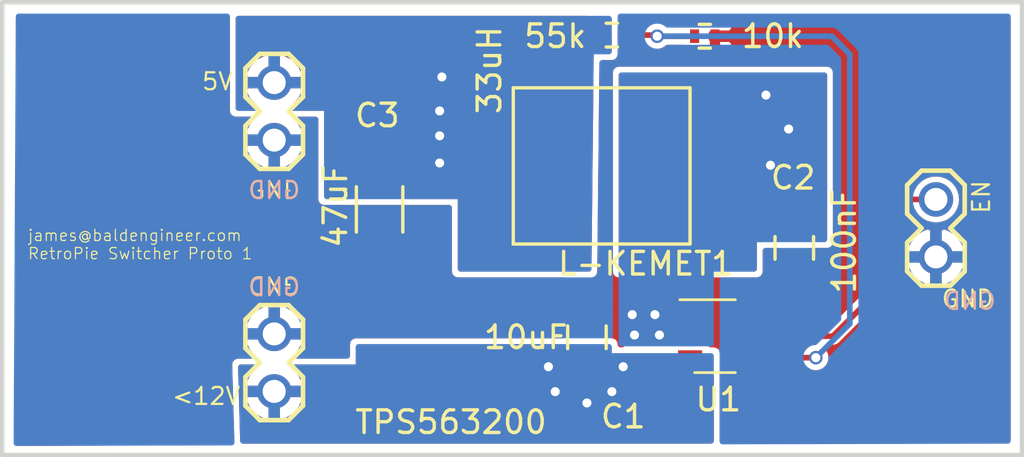
<source format=kicad_pcb>
(kicad_pcb (version 4) (host pcbnew 4.0.5)

  (general
    (links 17)
    (no_connects 0)
    (area 115.899999 89.399999 161.100001 109.600001)
    (thickness 1.6)
    (drawings 14)
    (tracks 77)
    (zones 0)
    (modules 10)
    (nets 8)
  )

  (page A4)
  (layers
    (0 F.Cu signal)
    (31 B.Cu signal)
    (32 B.Adhes user)
    (33 F.Adhes user)
    (34 B.Paste user)
    (35 F.Paste user)
    (36 B.SilkS user)
    (37 F.SilkS user)
    (38 B.Mask user)
    (39 F.Mask user)
    (40 Dwgs.User user)
    (41 Cmts.User user)
    (42 Eco1.User user)
    (43 Eco2.User user)
    (44 Edge.Cuts user)
    (45 Margin user)
    (46 B.CrtYd user)
    (47 F.CrtYd user)
    (48 B.Fab user)
    (49 F.Fab user)
  )

  (setup
    (last_trace_width 0.25)
    (trace_clearance 0.2)
    (zone_clearance 0.254)
    (zone_45_only no)
    (trace_min 0.2)
    (segment_width 0.2)
    (edge_width 0.2)
    (via_size 0.6)
    (via_drill 0.4)
    (via_min_size 0.4)
    (via_min_drill 0.3)
    (uvia_size 0.3)
    (uvia_drill 0.1)
    (uvias_allowed no)
    (uvia_min_size 0.2)
    (uvia_min_drill 0.1)
    (pcb_text_width 0.3)
    (pcb_text_size 1.5 1.5)
    (mod_edge_width 0.15)
    (mod_text_size 1 1)
    (mod_text_width 0.15)
    (pad_size 1.524 1.524)
    (pad_drill 1.016)
    (pad_to_mask_clearance 0)
    (aux_axis_origin 0 0)
    (visible_elements FFFFFF7F)
    (pcbplotparams
      (layerselection 0x00000_00000001)
      (usegerberextensions false)
      (excludeedgelayer true)
      (linewidth 0.100000)
      (plotframeref false)
      (viasonmask false)
      (mode 1)
      (useauxorigin false)
      (hpglpennumber 1)
      (hpglpenspeed 20)
      (hpglpendiameter 15)
      (hpglpenoverlay 2)
      (psnegative false)
      (psa4output false)
      (plotreference true)
      (plotvalue true)
      (plotinvisibletext false)
      (padsonsilk false)
      (subtractmaskfromsilk false)
      (outputformat 4)
      (mirror false)
      (drillshape 0)
      (scaleselection 1)
      (outputdirectory ""))
  )

  (net 0 "")
  (net 1 GND)
  (net 2 "Net-(C2-Pad2)")
  (net 3 "Net-(R1-Pad2)")
  (net 4 /IN)
  (net 5 /ToCoil)
  (net 6 /OUT)
  (net 7 /ENABLE)

  (net_class Default "This is the default net class."
    (clearance 0.2)
    (trace_width 0.25)
    (via_dia 0.6)
    (via_drill 0.4)
    (uvia_dia 0.3)
    (uvia_drill 0.1)
    (add_net /ENABLE)
    (add_net /IN)
    (add_net /OUT)
    (add_net /ToCoil)
    (add_net GND)
    (add_net "Net-(C2-Pad2)")
    (add_net "Net-(R1-Pad2)")
  )

  (module Capacitors_SMD:C_0805_HandSoldering (layer F.Cu) (tedit 58EF001A) (tstamp 58EDA2B8)
    (at 141.8 104.3 90)
    (descr "Capacitor SMD 0805, hand soldering")
    (tags "capacitor 0805")
    (path /58EC2860)
    (attr smd)
    (fp_text reference C1 (at -3.5 1.6 180) (layer F.SilkS)
      (effects (font (size 1 1) (thickness 0.15)))
    )
    (fp_text value 10uF (at 0 -2.7 180) (layer F.SilkS)
      (effects (font (size 1 1) (thickness 0.15)))
    )
    (fp_line (start -1 0.625) (end -1 -0.625) (layer F.Fab) (width 0.15))
    (fp_line (start 1 0.625) (end -1 0.625) (layer F.Fab) (width 0.15))
    (fp_line (start 1 -0.625) (end 1 0.625) (layer F.Fab) (width 0.15))
    (fp_line (start -1 -0.625) (end 1 -0.625) (layer F.Fab) (width 0.15))
    (fp_line (start -2.3 -1) (end 2.3 -1) (layer F.CrtYd) (width 0.05))
    (fp_line (start -2.3 1) (end 2.3 1) (layer F.CrtYd) (width 0.05))
    (fp_line (start -2.3 -1) (end -2.3 1) (layer F.CrtYd) (width 0.05))
    (fp_line (start 2.3 -1) (end 2.3 1) (layer F.CrtYd) (width 0.05))
    (fp_line (start 0.5 -0.85) (end -0.5 -0.85) (layer F.SilkS) (width 0.15))
    (fp_line (start -0.5 0.85) (end 0.5 0.85) (layer F.SilkS) (width 0.15))
    (pad 1 smd rect (at -1.25 0 90) (size 1.5 1.25) (layers F.Cu F.Paste F.Mask)
      (net 4 /IN))
    (pad 2 smd rect (at 1.25 0 90) (size 1.5 1.25) (layers F.Cu F.Paste F.Mask)
      (net 1 GND))
    (model Capacitors_SMD.3dshapes/C_0805_HandSoldering.wrl
      (at (xyz 0 0 0))
      (scale (xyz 1 1 1))
      (rotate (xyz 0 0 0))
    )
  )

  (module Capacitors_SMD:C_0805_HandSoldering (layer F.Cu) (tedit 58EF0037) (tstamp 58EDA2C8)
    (at 150.95 100.35 270)
    (descr "Capacitor SMD 0805, hand soldering")
    (tags "capacitor 0805")
    (path /58EC28A3)
    (attr smd)
    (fp_text reference C2 (at -3.1 0.05 360) (layer F.SilkS)
      (effects (font (size 1 1) (thickness 0.15)))
    )
    (fp_text value 100nF (at -0.3 -2.2 270) (layer F.SilkS)
      (effects (font (size 1 1) (thickness 0.15)))
    )
    (fp_line (start -1 0.625) (end -1 -0.625) (layer F.Fab) (width 0.15))
    (fp_line (start 1 0.625) (end -1 0.625) (layer F.Fab) (width 0.15))
    (fp_line (start 1 -0.625) (end 1 0.625) (layer F.Fab) (width 0.15))
    (fp_line (start -1 -0.625) (end 1 -0.625) (layer F.Fab) (width 0.15))
    (fp_line (start -2.3 -1) (end 2.3 -1) (layer F.CrtYd) (width 0.05))
    (fp_line (start -2.3 1) (end 2.3 1) (layer F.CrtYd) (width 0.05))
    (fp_line (start -2.3 -1) (end -2.3 1) (layer F.CrtYd) (width 0.05))
    (fp_line (start 2.3 -1) (end 2.3 1) (layer F.CrtYd) (width 0.05))
    (fp_line (start 0.5 -0.85) (end -0.5 -0.85) (layer F.SilkS) (width 0.15))
    (fp_line (start -0.5 0.85) (end 0.5 0.85) (layer F.SilkS) (width 0.15))
    (pad 1 smd rect (at -1.25 0 270) (size 1.5 1.25) (layers F.Cu F.Paste F.Mask)
      (net 5 /ToCoil))
    (pad 2 smd rect (at 1.25 0 270) (size 1.5 1.25) (layers F.Cu F.Paste F.Mask)
      (net 2 "Net-(C2-Pad2)"))
    (model Capacitors_SMD.3dshapes/C_0805_HandSoldering.wrl
      (at (xyz 0 0 0))
      (scale (xyz 1 1 1))
      (rotate (xyz 0 0 0))
    )
  )

  (module Capacitors_SMD:C_1206_HandSoldering (layer F.Cu) (tedit 58EF000C) (tstamp 58EDA2D8)
    (at 132.65 98.65 90)
    (descr "Capacitor SMD 1206, hand soldering")
    (tags "capacitor 1206")
    (path /58EC29EF)
    (attr smd)
    (fp_text reference C3 (at 4.15 -0.1 180) (layer F.SilkS)
      (effects (font (size 1 1) (thickness 0.15)))
    )
    (fp_text value 47uF (at 0.15 -1.95 90) (layer F.SilkS)
      (effects (font (size 1 1) (thickness 0.15)))
    )
    (fp_line (start -1.6 0.8) (end -1.6 -0.8) (layer F.Fab) (width 0.15))
    (fp_line (start 1.6 0.8) (end -1.6 0.8) (layer F.Fab) (width 0.15))
    (fp_line (start 1.6 -0.8) (end 1.6 0.8) (layer F.Fab) (width 0.15))
    (fp_line (start -1.6 -0.8) (end 1.6 -0.8) (layer F.Fab) (width 0.15))
    (fp_line (start -3.3 -1.15) (end 3.3 -1.15) (layer F.CrtYd) (width 0.05))
    (fp_line (start -3.3 1.15) (end 3.3 1.15) (layer F.CrtYd) (width 0.05))
    (fp_line (start -3.3 -1.15) (end -3.3 1.15) (layer F.CrtYd) (width 0.05))
    (fp_line (start 3.3 -1.15) (end 3.3 1.15) (layer F.CrtYd) (width 0.05))
    (fp_line (start 1 -1.025) (end -1 -1.025) (layer F.SilkS) (width 0.15))
    (fp_line (start -1 1.025) (end 1 1.025) (layer F.SilkS) (width 0.15))
    (pad 1 smd rect (at -2 0 90) (size 2 1.6) (layers F.Cu F.Paste F.Mask)
      (net 1 GND))
    (pad 2 smd rect (at 2 0 90) (size 2 1.6) (layers F.Cu F.Paste F.Mask)
      (net 6 /OUT))
    (model Capacitors_SMD.3dshapes/C_1206_HandSoldering.wrl
      (at (xyz 0 0 0))
      (scale (xyz 1 1 1))
      (rotate (xyz 0 0 0))
    )
  )

  (module Resistors_SMD:R_0402 (layer F.Cu) (tedit 58EF0026) (tstamp 58EDA2FC)
    (at 142.9 90.95)
    (descr "Resistor SMD 0402, reflow soldering, Vishay (see dcrcw.pdf)")
    (tags "resistor 0402")
    (path /58EC2802)
    (attr smd)
    (fp_text reference R1 (at -1.05 -3) (layer F.SilkS) hide
      (effects (font (size 1 1) (thickness 0.15)))
    )
    (fp_text value 55k (at -2.5 0.05) (layer F.SilkS)
      (effects (font (size 1 1) (thickness 0.15)))
    )
    (fp_line (start -0.5 0.25) (end -0.5 -0.25) (layer F.Fab) (width 0.1))
    (fp_line (start 0.5 0.25) (end -0.5 0.25) (layer F.Fab) (width 0.1))
    (fp_line (start 0.5 -0.25) (end 0.5 0.25) (layer F.Fab) (width 0.1))
    (fp_line (start -0.5 -0.25) (end 0.5 -0.25) (layer F.Fab) (width 0.1))
    (fp_line (start -0.95 -0.65) (end 0.95 -0.65) (layer F.CrtYd) (width 0.05))
    (fp_line (start -0.95 0.65) (end 0.95 0.65) (layer F.CrtYd) (width 0.05))
    (fp_line (start -0.95 -0.65) (end -0.95 0.65) (layer F.CrtYd) (width 0.05))
    (fp_line (start 0.95 -0.65) (end 0.95 0.65) (layer F.CrtYd) (width 0.05))
    (fp_line (start 0.25 -0.525) (end -0.25 -0.525) (layer F.SilkS) (width 0.15))
    (fp_line (start -0.25 0.525) (end 0.25 0.525) (layer F.SilkS) (width 0.15))
    (pad 1 smd rect (at -0.45 0) (size 0.4 0.6) (layers F.Cu F.Paste F.Mask)
      (net 6 /OUT))
    (pad 2 smd rect (at 0.45 0) (size 0.4 0.6) (layers F.Cu F.Paste F.Mask)
      (net 3 "Net-(R1-Pad2)"))
    (model Resistors_SMD.3dshapes/R_0402.wrl
      (at (xyz 0 0 0))
      (scale (xyz 1 1 1))
      (rotate (xyz 0 0 0))
    )
  )

  (module Resistors_SMD:R_0402 (layer F.Cu) (tedit 58EF002F) (tstamp 58EDA30C)
    (at 147 91)
    (descr "Resistor SMD 0402, reflow soldering, Vishay (see dcrcw.pdf)")
    (tags "resistor 0402")
    (path /58EC264C)
    (attr smd)
    (fp_text reference R2 (at 0.9 -3.05) (layer F.SilkS) hide
      (effects (font (size 1 1) (thickness 0.15)))
    )
    (fp_text value 10k (at 3 0) (layer F.SilkS)
      (effects (font (size 1 1) (thickness 0.15)))
    )
    (fp_line (start -0.5 0.25) (end -0.5 -0.25) (layer F.Fab) (width 0.1))
    (fp_line (start 0.5 0.25) (end -0.5 0.25) (layer F.Fab) (width 0.1))
    (fp_line (start 0.5 -0.25) (end 0.5 0.25) (layer F.Fab) (width 0.1))
    (fp_line (start -0.5 -0.25) (end 0.5 -0.25) (layer F.Fab) (width 0.1))
    (fp_line (start -0.95 -0.65) (end 0.95 -0.65) (layer F.CrtYd) (width 0.05))
    (fp_line (start -0.95 0.65) (end 0.95 0.65) (layer F.CrtYd) (width 0.05))
    (fp_line (start -0.95 -0.65) (end -0.95 0.65) (layer F.CrtYd) (width 0.05))
    (fp_line (start 0.95 -0.65) (end 0.95 0.65) (layer F.CrtYd) (width 0.05))
    (fp_line (start 0.25 -0.525) (end -0.25 -0.525) (layer F.SilkS) (width 0.15))
    (fp_line (start -0.25 0.525) (end 0.25 0.525) (layer F.SilkS) (width 0.15))
    (pad 1 smd rect (at -0.45 0) (size 0.4 0.6) (layers F.Cu F.Paste F.Mask)
      (net 3 "Net-(R1-Pad2)"))
    (pad 2 smd rect (at 0.45 0) (size 0.4 0.6) (layers F.Cu F.Paste F.Mask)
      (net 1 GND))
    (model Resistors_SMD.3dshapes/R_0402.wrl
      (at (xyz 0 0 0))
      (scale (xyz 1 1 1))
      (rotate (xyz 0 0 0))
    )
  )

  (module TO_SOT_Packages_SMD:SOT-23-6 (layer F.Cu) (tedit 58EF0020) (tstamp 58EDA340)
    (at 147.45 104.25)
    (descr "6-pin SOT-23 package")
    (tags SOT-23-6)
    (path /58EC26BA)
    (attr smd)
    (fp_text reference U1 (at 0.15 2.8) (layer F.SilkS)
      (effects (font (size 1 1) (thickness 0.15)))
    )
    (fp_text value TPS563200 (at -11.65 3.8) (layer F.SilkS)
      (effects (font (size 1 1) (thickness 0.15)))
    )
    (fp_line (start -0.9 1.61) (end 0.9 1.61) (layer F.SilkS) (width 0.12))
    (fp_line (start 0.9 -1.61) (end -1.55 -1.61) (layer F.SilkS) (width 0.12))
    (fp_line (start 1.9 -1.8) (end -1.9 -1.8) (layer F.CrtYd) (width 0.05))
    (fp_line (start 1.9 1.8) (end 1.9 -1.8) (layer F.CrtYd) (width 0.05))
    (fp_line (start -1.9 1.8) (end 1.9 1.8) (layer F.CrtYd) (width 0.05))
    (fp_line (start -1.9 -1.8) (end -1.9 1.8) (layer F.CrtYd) (width 0.05))
    (fp_line (start 0.9 -1.55) (end -0.9 -1.55) (layer F.Fab) (width 0.15))
    (fp_line (start -0.9 -1.55) (end -0.9 1.55) (layer F.Fab) (width 0.15))
    (fp_line (start 0.9 1.55) (end -0.9 1.55) (layer F.Fab) (width 0.15))
    (fp_line (start 0.9 -1.55) (end 0.9 1.55) (layer F.Fab) (width 0.15))
    (pad 1 smd rect (at -1.1 -0.95) (size 1.06 0.65) (layers F.Cu F.Paste F.Mask)
      (net 1 GND))
    (pad 2 smd rect (at -1.1 0) (size 1.06 0.65) (layers F.Cu F.Paste F.Mask)
      (net 5 /ToCoil))
    (pad 3 smd rect (at -1.1 0.95) (size 1.06 0.65) (layers F.Cu F.Paste F.Mask)
      (net 4 /IN))
    (pad 4 smd rect (at 1.1 0.95) (size 1.06 0.65) (layers F.Cu F.Paste F.Mask)
      (net 3 "Net-(R1-Pad2)"))
    (pad 6 smd rect (at 1.1 -0.95) (size 1.06 0.65) (layers F.Cu F.Paste F.Mask)
      (net 2 "Net-(C2-Pad2)"))
    (pad 5 smd rect (at 1.1 0) (size 1.06 0.65) (layers F.Cu F.Paste F.Mask)
      (net 7 /ENABLE))
    (model TO_SOT_Packages_SMD.3dshapes/SOT-23-6.wrl
      (at (xyz 0 0 0))
      (scale (xyz 1 1 1))
      (rotate (xyz 0 0 0))
    )
  )

  (module freetronics_footprints:1X02 (layer F.Cu) (tedit 58EEFF9A) (tstamp 58EDA656)
    (at 128 104.15 270)
    (path /58EC31C8)
    (fp_text reference J1 (at 0.3 0 270) (layer Eco1.User) hide
      (effects (font (size 0.6 0.6) (thickness 0.1)))
    )
    (fp_text value 9V-IN (at 2.05 2.4 270) (layer Eco1.User) hide
      (effects (font (size 1.27 1.27) (thickness 0.1016)))
    )
    (fp_line (start -0.635 -1.27) (end 0.635 -1.27) (layer F.SilkS) (width 0.2032))
    (fp_line (start 0.635 -1.27) (end 1.27 -0.635) (layer F.SilkS) (width 0.2032))
    (fp_line (start 1.27 0.635) (end 0.635 1.27) (layer F.SilkS) (width 0.2032))
    (fp_line (start 1.27 -0.635) (end 1.905 -1.27) (layer F.SilkS) (width 0.2032))
    (fp_line (start 1.905 -1.27) (end 3.175 -1.27) (layer F.SilkS) (width 0.2032))
    (fp_line (start 3.175 -1.27) (end 3.81 -0.635) (layer F.SilkS) (width 0.2032))
    (fp_line (start 3.81 0.635) (end 3.175 1.27) (layer F.SilkS) (width 0.2032))
    (fp_line (start 3.175 1.27) (end 1.905 1.27) (layer F.SilkS) (width 0.2032))
    (fp_line (start 1.905 1.27) (end 1.27 0.635) (layer F.SilkS) (width 0.2032))
    (fp_line (start -1.27 -0.635) (end -1.27 0.635) (layer F.SilkS) (width 0.2032))
    (fp_line (start -0.635 -1.27) (end -1.27 -0.635) (layer F.SilkS) (width 0.2032))
    (fp_line (start -1.27 0.635) (end -0.635 1.27) (layer F.SilkS) (width 0.2032))
    (fp_line (start 0.635 1.27) (end -0.635 1.27) (layer F.SilkS) (width 0.2032))
    (fp_line (start 3.81 -0.635) (end 3.81 0.635) (layer F.SilkS) (width 0.2032))
    (pad 1 thru_hole oval (at 0 0) (size 1.524 1.524) (drill 1.016) (layers *.Cu *.Mask)
      (net 1 GND))
    (pad 2 thru_hole oval (at 2.54 0) (size 1.524 1.524) (drill 1.016) (layers *.Cu *.Mask)
      (net 4 /IN))
  )

  (module freetronics_footprints:1X02 (layer F.Cu) (tedit 58EEFFC2) (tstamp 58EDA66A)
    (at 157.2 100.75 90)
    (path /58EC357C)
    (fp_text reference J2 (at 0.3 0 90) (layer Eco1.User) hide
      (effects (font (size 0.6 0.6) (thickness 0.1)))
    )
    (fp_text value EN (at 1.4 1.8 90) (layer F.SilkS) hide
      (effects (font (size 1.27 1.27) (thickness 0.1016)))
    )
    (fp_line (start -0.635 -1.27) (end 0.635 -1.27) (layer F.SilkS) (width 0.2032))
    (fp_line (start 0.635 -1.27) (end 1.27 -0.635) (layer F.SilkS) (width 0.2032))
    (fp_line (start 1.27 0.635) (end 0.635 1.27) (layer F.SilkS) (width 0.2032))
    (fp_line (start 1.27 -0.635) (end 1.905 -1.27) (layer F.SilkS) (width 0.2032))
    (fp_line (start 1.905 -1.27) (end 3.175 -1.27) (layer F.SilkS) (width 0.2032))
    (fp_line (start 3.175 -1.27) (end 3.81 -0.635) (layer F.SilkS) (width 0.2032))
    (fp_line (start 3.81 0.635) (end 3.175 1.27) (layer F.SilkS) (width 0.2032))
    (fp_line (start 3.175 1.27) (end 1.905 1.27) (layer F.SilkS) (width 0.2032))
    (fp_line (start 1.905 1.27) (end 1.27 0.635) (layer F.SilkS) (width 0.2032))
    (fp_line (start -1.27 -0.635) (end -1.27 0.635) (layer F.SilkS) (width 0.2032))
    (fp_line (start -0.635 -1.27) (end -1.27 -0.635) (layer F.SilkS) (width 0.2032))
    (fp_line (start -1.27 0.635) (end -0.635 1.27) (layer F.SilkS) (width 0.2032))
    (fp_line (start 0.635 1.27) (end -0.635 1.27) (layer F.SilkS) (width 0.2032))
    (fp_line (start 3.81 -0.635) (end 3.81 0.635) (layer F.SilkS) (width 0.2032))
    (pad 1 thru_hole oval (at 0 0 180) (size 1.524 1.524) (drill 1.016) (layers *.Cu *.Mask)
      (net 1 GND))
    (pad 2 thru_hole oval (at 2.54 0 180) (size 1.524 1.524) (drill 1.016) (layers *.Cu *.Mask)
      (net 7 /ENABLE))
  )

  (module freetronics_footprints:1X02 (layer F.Cu) (tedit 58EEFF83) (tstamp 58EDA67E)
    (at 128 93.05 270)
    (path /58EC3224)
    (fp_text reference J3 (at 0.3 0 270) (layer Eco1.User) hide
      (effects (font (size 0.6 0.6) (thickness 0.1)))
    )
    (fp_text value 5V-OUT (at 0.95 2.8 270) (layer Eco1.User) hide
      (effects (font (size 1.27 1.27) (thickness 0.1016)))
    )
    (fp_line (start -0.635 -1.27) (end 0.635 -1.27) (layer F.SilkS) (width 0.2032))
    (fp_line (start 0.635 -1.27) (end 1.27 -0.635) (layer F.SilkS) (width 0.2032))
    (fp_line (start 1.27 0.635) (end 0.635 1.27) (layer F.SilkS) (width 0.2032))
    (fp_line (start 1.27 -0.635) (end 1.905 -1.27) (layer F.SilkS) (width 0.2032))
    (fp_line (start 1.905 -1.27) (end 3.175 -1.27) (layer F.SilkS) (width 0.2032))
    (fp_line (start 3.175 -1.27) (end 3.81 -0.635) (layer F.SilkS) (width 0.2032))
    (fp_line (start 3.81 0.635) (end 3.175 1.27) (layer F.SilkS) (width 0.2032))
    (fp_line (start 3.175 1.27) (end 1.905 1.27) (layer F.SilkS) (width 0.2032))
    (fp_line (start 1.905 1.27) (end 1.27 0.635) (layer F.SilkS) (width 0.2032))
    (fp_line (start -1.27 -0.635) (end -1.27 0.635) (layer F.SilkS) (width 0.2032))
    (fp_line (start -0.635 -1.27) (end -1.27 -0.635) (layer F.SilkS) (width 0.2032))
    (fp_line (start -1.27 0.635) (end -0.635 1.27) (layer F.SilkS) (width 0.2032))
    (fp_line (start 0.635 1.27) (end -0.635 1.27) (layer F.SilkS) (width 0.2032))
    (fp_line (start 3.81 -0.635) (end 3.81 0.635) (layer F.SilkS) (width 0.2032))
    (pad 1 thru_hole oval (at 0 0) (size 1.524 1.524) (drill 1.016) (layers *.Cu *.Mask)
      (net 6 /OUT))
    (pad 2 thru_hole oval (at 2.54 0) (size 1.524 1.524) (drill 1.016) (layers *.Cu *.Mask)
      (net 1 GND))
  )

  (module "My Libraries:KT-MPLCH-0740-Hand" (layer F.Cu) (tedit 58EFD78D) (tstamp 58EFD74A)
    (at 142.4 96.6 180)
    (path /58EC295C)
    (fp_text reference L-KEMET1 (at -1.99 -4.45 180) (layer F.SilkS)
      (effects (font (size 1 1) (thickness 0.15)))
    )
    (fp_text value 33uH (at 4.9 4.1 270) (layer F.SilkS)
      (effects (font (size 1 1) (thickness 0.15)))
    )
    (fp_line (start -3.95 -3.58) (end -3.95 3.32) (layer F.SilkS) (width 0.15))
    (fp_line (start 3.85 3.32) (end -3.95 3.32) (layer F.SilkS) (width 0.15))
    (fp_line (start 3.85 -3.58) (end 3.85 3.32) (layer F.SilkS) (width 0.15))
    (fp_line (start -3.95 -3.58) (end 3.85 -3.58) (layer F.SilkS) (width 0.15))
    (pad 1 smd rect (at -3.32 0 180) (size 3 3.5) (layers F.Cu F.Paste F.Mask)
      (net 5 /ToCoil))
    (pad 2 smd rect (at 3.07 0 180) (size 3 3.5) (layers F.Cu F.Paste F.Mask)
      (net 6 /OUT))
  )

  (gr_text "james@baldengineer.com\nRetroPie Switcher Proto 1" (at 117.1 100.2) (layer F.SilkS)
    (effects (font (size 0.5 0.5) (thickness 0.05)) (justify left))
  )
  (gr_text EN (at 159.2 98.1 90) (layer F.SilkS)
    (effects (font (size 0.75 0.75) (thickness 0.1)))
  )
  (gr_text <12V (at 125 106.9) (layer F.SilkS)
    (effects (font (size 0.75 0.75) (thickness 0.1)))
  )
  (gr_text 5V (at 125.5 93) (layer F.SilkS)
    (effects (font (size 0.75 0.75) (thickness 0.1)))
  )
  (gr_text GND (at 158.7 102.7) (layer B.SilkS)
    (effects (font (size 0.75 0.75) (thickness 0.1)) (justify mirror))
  )
  (gr_text GND (at 128 102.1) (layer B.SilkS)
    (effects (font (size 0.75 0.75) (thickness 0.1)) (justify mirror))
  )
  (gr_text GND (at 128 97.8) (layer B.SilkS)
    (effects (font (size 0.75 0.75) (thickness 0.1)) (justify mirror))
  )
  (gr_text GND (at 158.6 102.6) (layer F.SilkS)
    (effects (font (size 0.75 0.75) (thickness 0.1)))
  )
  (gr_text GND (at 128 102 180) (layer F.SilkS)
    (effects (font (size 0.75 0.75) (thickness 0.1)))
  )
  (gr_text GND (at 128 97.8) (layer F.SilkS)
    (effects (font (size 0.75 0.75) (thickness 0.1)))
  )
  (gr_line (start 116 109.5) (end 116 89.5) (angle 90) (layer Edge.Cuts) (width 0.2))
  (gr_line (start 161 109.5) (end 116 109.5) (angle 90) (layer Edge.Cuts) (width 0.2))
  (gr_line (start 161 89.5) (end 161 109.5) (angle 90) (layer Edge.Cuts) (width 0.2))
  (gr_line (start 116 89.5) (end 161 89.5) (angle 90) (layer Edge.Cuts) (width 0.2))

  (segment (start 148.55 103.3) (end 149.25 103.3) (width 0.25) (layer F.Cu) (net 2))
  (segment (start 149.25 103.3) (end 150.95 101.6) (width 0.25) (layer F.Cu) (net 2) (tstamp 58EEFE60))
  (segment (start 149.25 103.3) (end 150.95 101.6) (width 0.25) (layer F.Cu) (net 2) (tstamp 58EEFE55))
  (segment (start 144.9 91) (end 146.55 91) (width 0.25) (layer F.Cu) (net 3))
  (segment (start 148.55 105.2) (end 151.9 105.2) (width 0.25) (layer F.Cu) (net 3))
  (segment (start 144.85 90.95) (end 143.35 90.95) (width 0.25) (layer F.Cu) (net 3) (tstamp 58EEFE35))
  (segment (start 144.9 91) (end 144.85 90.95) (width 0.25) (layer F.Cu) (net 3) (tstamp 58EEFE34))
  (via (at 144.9 91) (size 0.6) (drill 0.4) (layers F.Cu B.Cu) (net 3))
  (segment (start 152.6 91) (end 144.9 91) (width 0.25) (layer B.Cu) (net 3) (tstamp 58EEFE2F))
  (segment (start 153.4 91.8) (end 152.6 91) (width 0.25) (layer B.Cu) (net 3) (tstamp 58EEFE2E))
  (segment (start 153.4 103.7) (end 153.4 91.8) (width 0.25) (layer B.Cu) (net 3) (tstamp 58EEFE2A))
  (segment (start 151.9 105.2) (end 153.4 103.7) (width 0.25) (layer B.Cu) (net 3) (tstamp 58EEFE29))
  (via (at 151.9 105.2) (size 0.6) (drill 0.4) (layers F.Cu B.Cu) (net 3))
  (segment (start 141.8 105.55) (end 143.35 105.55) (width 0.25) (layer F.Cu) (net 4))
  (via (at 143.4 105.6) (size 0.6) (drill 0.4) (layers F.Cu B.Cu) (net 4))
  (segment (start 143.35 105.55) (end 143.4 105.6) (width 0.25) (layer F.Cu) (net 4) (tstamp 58EEFCD7))
  (segment (start 141.8 105.55) (end 141.8 105.6) (width 0.25) (layer F.Cu) (net 4))
  (segment (start 141.8 105.6) (end 142.9 106.7) (width 0.25) (layer F.Cu) (net 4) (tstamp 58EEFCD2))
  (via (at 142.9 106.7) (size 0.6) (drill 0.4) (layers F.Cu B.Cu) (net 4))
  (segment (start 141.8 105.55) (end 141.8 107.2) (width 0.25) (layer F.Cu) (net 4))
  (via (at 141.8 107.2) (size 0.6) (drill 0.4) (layers F.Cu B.Cu) (net 4))
  (segment (start 141.8 105.55) (end 141.55 105.55) (width 0.25) (layer F.Cu) (net 4))
  (segment (start 141.55 105.55) (end 140.4 106.7) (width 0.25) (layer F.Cu) (net 4) (tstamp 58EEFCC7))
  (via (at 140.4 106.7) (size 0.6) (drill 0.4) (layers F.Cu B.Cu) (net 4))
  (segment (start 141.8 105.55) (end 140.15 105.55) (width 0.25) (layer F.Cu) (net 4))
  (via (at 140.1 105.6) (size 0.6) (drill 0.4) (layers F.Cu B.Cu) (net 4))
  (segment (start 140.15 105.55) (end 140.1 105.6) (width 0.25) (layer F.Cu) (net 4) (tstamp 58EEFCBC))
  (segment (start 146.35 104.25) (end 145.75 104.25) (width 0.25) (layer F.Cu) (net 5))
  (via (at 144.8 103.3) (size 0.6) (drill 0.4) (layers F.Cu B.Cu) (net 5))
  (segment (start 145.75 104.25) (end 144.8 103.3) (width 0.25) (layer F.Cu) (net 5) (tstamp 58EEFAF8))
  (segment (start 146.35 104.25) (end 144.75 104.25) (width 0.25) (layer F.Cu) (net 5))
  (via (at 145 104.2) (size 0.6) (drill 0.4) (layers F.Cu B.Cu) (net 5))
  (via (at 143.8 103.3) (size 0.6) (drill 0.4) (layers F.Cu B.Cu) (net 5))
  (segment (start 144.75 104.25) (end 143.8 103.3) (width 0.25) (layer F.Cu) (net 5) (tstamp 58EEFAEB))
  (segment (start 146.35 104.25) (end 145.05 104.25) (width 0.25) (layer F.Cu) (net 5))
  (segment (start 145.05 104.25) (end 145 104.2) (width 0.25) (layer F.Cu) (net 5) (tstamp 58EEFAD7))
  (segment (start 146.35 104.25) (end 143.95 104.25) (width 0.25) (layer F.Cu) (net 5))
  (via (at 143.9 104.2) (size 0.6) (drill 0.4) (layers F.Cu B.Cu) (net 5))
  (segment (start 143.95 104.25) (end 143.9 104.2) (width 0.25) (layer F.Cu) (net 5) (tstamp 58EEFACB))
  (segment (start 145.9 96.65) (end 148.55 96.65) (width 0.25) (layer F.Cu) (net 5))
  (segment (start 148.55 96.65) (end 150.1 95.1) (width 0.25) (layer F.Cu) (net 5) (tstamp 58EEFA01))
  (via (at 150.7 95.1) (size 0.6) (drill 0.4) (layers F.Cu B.Cu) (net 5))
  (segment (start 150.1 95.1) (end 150.7 95.1) (width 0.25) (layer F.Cu) (net 5) (tstamp 58EEFA08))
  (via (at 149.9 96.7) (size 0.6) (drill 0.4) (layers F.Cu B.Cu) (net 5))
  (segment (start 149.85 96.65) (end 149.9 96.7) (width 0.25) (layer F.Cu) (net 5) (tstamp 58EEF9E9))
  (segment (start 145.9 96.65) (end 149.85 96.65) (width 0.25) (layer F.Cu) (net 5))
  (segment (start 145.9 96.65) (end 146.65 96.65) (width 0.25) (layer F.Cu) (net 5))
  (segment (start 146.65 96.65) (end 149.7 93.6) (width 0.25) (layer F.Cu) (net 5) (tstamp 58EEF9DD))
  (via (at 149.7 93.6) (size 0.6) (drill 0.4) (layers F.Cu B.Cu) (net 5))
  (segment (start 149.7 93.6) (end 149.7 94.3) (width 0.25) (layer B.Cu) (net 5) (tstamp 58EEF9E6))
  (segment (start 135.3 94.2) (end 136.75 94.2) (width 0.25) (layer F.Cu) (net 6))
  (via (at 135.3 94.3) (size 0.6) (drill 0.4) (layers F.Cu B.Cu) (net 6))
  (segment (start 136.75 94.2) (end 139.2 96.65) (width 0.25) (layer F.Cu) (net 6) (tstamp 58EEFDB3))
  (segment (start 137.95 95.4) (end 135.3 95.4) (width 0.25) (layer F.Cu) (net 6))
  (segment (start 135.3 95.4) (end 135.3 95.5) (width 0.25) (layer F.Cu) (net 6))
  (via (at 135.3 95.4) (size 0.6) (drill 0.4) (layers F.Cu B.Cu) (net 6))
  (segment (start 135.3 94.3) (end 135.3 94.2) (width 0.25) (layer F.Cu) (net 6))
  (segment (start 135.3 94.2) (end 135.3 92.7) (width 0.25) (layer F.Cu) (net 6) (tstamp 58EEFDB1))
  (via (at 135.4 92.8) (size 0.6) (drill 0.4) (layers F.Cu B.Cu) (net 6))
  (segment (start 135.3 95.5) (end 135.3 94.3) (width 0.25) (layer F.Cu) (net 6) (tstamp 58EEFDA2))
  (segment (start 135.3 95.5) (end 135.3 96.6) (width 0.25) (layer F.Cu) (net 6))
  (via (at 135.3 96.6) (size 0.6) (drill 0.4) (layers F.Cu B.Cu) (net 6))
  (segment (start 137.95 95.4) (end 139.2 96.65) (width 0.25) (layer F.Cu) (net 6) (tstamp 58EEFDAD))
  (segment (start 135.3 96.6) (end 139.15 96.6) (width 0.25) (layer F.Cu) (net 6))
  (segment (start 139.15 96.6) (end 139.2 96.65) (width 0.25) (layer F.Cu) (net 6) (tstamp 58EEFDAA))
  (segment (start 135.3 96.6) (end 135.3 96.6) (width 0.25) (layer F.Cu) (net 6) (tstamp 58EEFDA8))
  (segment (start 139.2 96.65) (end 139.2 96.6) (width 0.25) (layer F.Cu) (net 6))
  (segment (start 139.2 96.6) (end 135.3 92.7) (width 0.25) (layer F.Cu) (net 6) (tstamp 58EEFD93))
  (segment (start 135.3 92.7) (end 135.4 92.8) (width 0.25) (layer F.Cu) (net 6) (tstamp 58EEFD98))
  (segment (start 139.2 96.65) (end 137.05 96.65) (width 0.25) (layer F.Cu) (net 6))
  (segment (start 139.2 96.65) (end 138.25 96.65) (width 0.25) (layer F.Cu) (net 6))
  (segment (start 139.2 96.65) (end 139.2 96.2) (width 0.25) (layer F.Cu) (net 6))
  (segment (start 148.55 104.25) (end 152.65 104.25) (width 0.25) (layer F.Cu) (net 7))
  (segment (start 155.19 98.21) (end 157.2 98.21) (width 0.25) (layer F.Cu) (net 7) (tstamp 58EEFDE5))
  (segment (start 154.5 98.9) (end 155.19 98.21) (width 0.25) (layer F.Cu) (net 7) (tstamp 58EEFDE4))
  (segment (start 154.5 102.4) (end 154.5 98.9) (width 0.25) (layer F.Cu) (net 7) (tstamp 58EEFDE2))
  (segment (start 152.65 104.25) (end 154.5 102.4) (width 0.25) (layer F.Cu) (net 7) (tstamp 58EEFDDD))

  (zone (net 6) (net_name /OUT) (layer F.Cu) (tstamp 58EEF861) (hatch edge 0.508)
    (priority 1)
    (connect_pads (clearance 0.254))
    (min_thickness 0.254)
    (fill yes (mode segment) (arc_segments 16) (thermal_gap 0.508) (thermal_bridge_width 0.508))
    (polygon
      (pts
        (xy 142.9 91.8) (xy 142.1 91.8) (xy 142 101.4) (xy 136.1 101.4) (xy 136.1 98.2)
        (xy 130.2 98.2) (xy 130.2 94.3) (xy 126.3 94.3) (xy 126.3 90.1) (xy 142.9 90.1)
      )
    )
    (filled_polygon
      (pts
        (xy 141.711673 90.290301) (xy 141.615 90.52369) (xy 141.615 90.66425) (xy 141.77375 90.823) (xy 142.35 90.823)
        (xy 142.35 90.803) (xy 142.55 90.803) (xy 142.55 90.823) (xy 142.597 90.823) (xy 142.597 91.077)
        (xy 142.55 91.077) (xy 142.55 91.097) (xy 142.35 91.097) (xy 142.35 91.077) (xy 141.77375 91.077)
        (xy 141.615 91.23575) (xy 141.615 91.37631) (xy 141.711673 91.609699) (xy 141.890302 91.788327) (xy 141.972759 91.822482)
        (xy 141.874316 101.273) (xy 136.227 101.273) (xy 136.227 98.2) (xy 136.216994 98.15059) (xy 136.188553 98.108965)
        (xy 136.146159 98.081685) (xy 136.1 98.073) (xy 133.925025 98.073) (xy 133.988327 98.009698) (xy 134.085 97.776309)
        (xy 134.085 96.93575) (xy 134.035 96.88575) (xy 137.195 96.88575) (xy 137.195 98.47631) (xy 137.291673 98.709699)
        (xy 137.470302 98.888327) (xy 137.703691 98.985) (xy 139.04425 98.985) (xy 139.203 98.82625) (xy 139.203 96.727)
        (xy 139.457 96.727) (xy 139.457 98.82625) (xy 139.61575 98.985) (xy 140.956309 98.985) (xy 141.189698 98.888327)
        (xy 141.368327 98.709699) (xy 141.465 98.47631) (xy 141.465 96.88575) (xy 141.30625 96.727) (xy 139.457 96.727)
        (xy 139.203 96.727) (xy 137.35375 96.727) (xy 137.195 96.88575) (xy 134.035 96.88575) (xy 133.92625 96.777)
        (xy 132.777 96.777) (xy 132.777 96.797) (xy 132.523 96.797) (xy 132.523 96.777) (xy 131.37375 96.777)
        (xy 131.215 96.93575) (xy 131.215 97.776309) (xy 131.311673 98.009698) (xy 131.374975 98.073) (xy 130.327 98.073)
        (xy 130.327 95.523691) (xy 131.215 95.523691) (xy 131.215 96.36425) (xy 131.37375 96.523) (xy 132.523 96.523)
        (xy 132.523 95.17375) (xy 132.777 95.17375) (xy 132.777 96.523) (xy 133.92625 96.523) (xy 134.085 96.36425)
        (xy 134.085 95.523691) (xy 133.988327 95.290302) (xy 133.809699 95.111673) (xy 133.57631 95.015) (xy 132.93575 95.015)
        (xy 132.777 95.17375) (xy 132.523 95.17375) (xy 132.36425 95.015) (xy 131.72369 95.015) (xy 131.490301 95.111673)
        (xy 131.311673 95.290302) (xy 131.215 95.523691) (xy 130.327 95.523691) (xy 130.327 94.72369) (xy 137.195 94.72369)
        (xy 137.195 96.31425) (xy 137.35375 96.473) (xy 139.203 96.473) (xy 139.203 94.37375) (xy 139.457 94.37375)
        (xy 139.457 96.473) (xy 141.30625 96.473) (xy 141.465 96.31425) (xy 141.465 94.72369) (xy 141.368327 94.490301)
        (xy 141.189698 94.311673) (xy 140.956309 94.215) (xy 139.61575 94.215) (xy 139.457 94.37375) (xy 139.203 94.37375)
        (xy 139.04425 94.215) (xy 137.703691 94.215) (xy 137.470302 94.311673) (xy 137.291673 94.490301) (xy 137.195 94.72369)
        (xy 130.327 94.72369) (xy 130.327 94.3) (xy 130.316994 94.25059) (xy 130.288553 94.208965) (xy 130.246159 94.181685)
        (xy 130.2 94.173) (xy 128.828602 94.173) (xy 128.835199 94.169858) (xy 129.200174 93.764997) (xy 129.35422 93.39307)
        (xy 129.23172 93.177) (xy 128.127 93.177) (xy 128.127 93.197) (xy 127.873 93.197) (xy 127.873 93.177)
        (xy 126.76828 93.177) (xy 126.64578 93.39307) (xy 126.799826 93.764997) (xy 127.164801 94.169858) (xy 127.171398 94.173)
        (xy 126.427 94.173) (xy 126.427 92.70693) (xy 126.64578 92.70693) (xy 126.76828 92.923) (xy 127.873 92.923)
        (xy 127.873 91.817524) (xy 128.127 91.817524) (xy 128.127 92.923) (xy 129.23172 92.923) (xy 129.35422 92.70693)
        (xy 129.200174 92.335003) (xy 128.835199 91.930142) (xy 128.343072 91.695769) (xy 128.127 91.817524) (xy 127.873 91.817524)
        (xy 127.656928 91.695769) (xy 127.164801 91.930142) (xy 126.799826 92.335003) (xy 126.64578 92.70693) (xy 126.427 92.70693)
        (xy 126.427 90.227) (xy 141.774974 90.227)
      )
    )
    (fill_segments
      (pts (xy 126.427 90.227) (xy 141.774974 90.227))
      (pts (xy 126.427 90.4302) (xy 141.653725 90.4302))
      (pts (xy 126.427 90.6334) (xy 141.615 90.6334))
      (pts (xy 126.427 90.8366) (xy 142.597 90.8366))
      (pts (xy 126.427 91.0398) (xy 142.597 91.0398))
      (pts (xy 126.427 91.243) (xy 141.615 91.243))
      (pts (xy 126.427 91.4462) (xy 141.643949 91.4462))
      (pts (xy 126.427 91.6494) (xy 141.751374 91.6494))
      (pts (xy 126.427 91.8526) (xy 127.327621 91.8526))
      (pts (xy 127.873 91.8526) (xy 128.127 91.8526))
      (pts (xy 128.67238 91.8526) (xy 141.972446 91.8526))
      (pts (xy 126.427 92.0558) (xy 127.051523 92.0558))
      (pts (xy 127.873 92.0558) (xy 128.127 92.0558))
      (pts (xy 128.948478 92.0558) (xy 141.970329 92.0558))
      (pts (xy 126.427 92.259) (xy 126.868342 92.259))
      (pts (xy 127.873 92.259) (xy 128.127 92.259))
      (pts (xy 129.131659 92.259) (xy 141.968212 92.259))
      (pts (xy 126.427 92.4622) (xy 126.747144 92.4622))
      (pts (xy 127.873 92.4622) (xy 128.127 92.4622))
      (pts (xy 129.252857 92.4622) (xy 141.966096 92.4622))
      (pts (xy 126.427 92.6654) (xy 126.662982 92.6654))
      (pts (xy 127.873 92.6654) (xy 128.127 92.6654))
      (pts (xy 129.337019 92.6654) (xy 141.963979 92.6654))
      (pts (xy 126.427 92.8686) (xy 126.737438 92.8686))
      (pts (xy 127.873 92.8686) (xy 128.127 92.8686))
      (pts (xy 129.262561 92.8686) (xy 141.961862 92.8686))
      (pts (xy 126.427 93.0718) (xy 141.959746 93.0718))
      (pts (xy 126.427 93.275) (xy 126.71272 93.275))
      (pts (xy 129.287281 93.275) (xy 141.957629 93.275))
      (pts (xy 126.427 93.4782) (xy 126.681039 93.4782))
      (pts (xy 129.31896 93.4782) (xy 141.955512 93.4782))
      (pts (xy 126.427 93.6814) (xy 126.765201 93.6814))
      (pts (xy 129.234798 93.6814) (xy 141.953396 93.6814))
      (pts (xy 126.427 93.8846) (xy 126.907645 93.8846))
      (pts (xy 129.092354 93.8846) (xy 141.951279 93.8846))
      (pts (xy 126.427 94.0878) (xy 127.090827 94.0878))
      (pts (xy 128.909172 94.0878) (xy 141.949162 94.0878))
      (pts (xy 130.325178 94.291) (xy 137.520211 94.291))
      (pts (xy 139.12025 94.291) (xy 139.53975 94.291))
      (pts (xy 141.13979 94.291) (xy 141.947046 94.291))
      (pts (xy 130.327 94.4942) (xy 137.290058 94.4942))
      (pts (xy 139.203 94.4942) (xy 139.457 94.4942))
      (pts (xy 141.369943 94.4942) (xy 141.944929 94.4942))
      (pts (xy 130.327 94.6974) (xy 137.20589 94.6974))
      (pts (xy 139.203 94.6974) (xy 139.457 94.6974))
      (pts (xy 141.454111 94.6974) (xy 141.942812 94.6974))
      (pts (xy 130.327 94.9006) (xy 137.195 94.9006))
      (pts (xy 139.203 94.9006) (xy 139.457 94.9006))
      (pts (xy 141.465 94.9006) (xy 141.940696 94.9006))
      (pts (xy 130.327 95.1038) (xy 131.509309 95.1038))
      (pts (xy 132.45305 95.1038) (xy 132.84695 95.1038))
      (pts (xy 133.790692 95.1038) (xy 137.195 95.1038))
      (pts (xy 139.203 95.1038) (xy 139.457 95.1038))
      (pts (xy 141.465 95.1038) (xy 141.938579 95.1038))
      (pts (xy 130.327 95.307) (xy 131.304757 95.307))
      (pts (xy 132.523 95.307) (xy 132.777 95.307))
      (pts (xy 133.995244 95.307) (xy 137.195 95.307))
      (pts (xy 139.203 95.307) (xy 139.457 95.307))
      (pts (xy 141.465 95.307) (xy 141.936462 95.307))
      (pts (xy 130.327 95.5102) (xy 131.220589 95.5102))
      (pts (xy 132.523 95.5102) (xy 132.777 95.5102))
      (pts (xy 134.079412 95.5102) (xy 137.195 95.5102))
      (pts (xy 139.203 95.5102) (xy 139.457 95.5102))
      (pts (xy 141.465 95.5102) (xy 141.934346 95.5102))
      (pts (xy 130.327 95.7134) (xy 131.215 95.7134))
      (pts (xy 132.523 95.7134) (xy 132.777 95.7134))
      (pts (xy 134.085 95.7134) (xy 137.195 95.7134))
      (pts (xy 139.203 95.7134) (xy 139.457 95.7134))
      (pts (xy 141.465 95.7134) (xy 141.932229 95.7134))
      (pts (xy 130.327 95.9166) (xy 131.215 95.9166))
      (pts (xy 132.523 95.9166) (xy 132.777 95.9166))
      (pts (xy 134.085 95.9166) (xy 137.195 95.9166))
      (pts (xy 139.203 95.9166) (xy 139.457 95.9166))
      (pts (xy 141.465 95.9166) (xy 141.930112 95.9166))
      (pts (xy 130.327 96.1198) (xy 131.215 96.1198))
      (pts (xy 132.523 96.1198) (xy 132.777 96.1198))
      (pts (xy 134.085 96.1198) (xy 137.195 96.1198))
      (pts (xy 139.203 96.1198) (xy 139.457 96.1198))
      (pts (xy 141.465 96.1198) (xy 141.927996 96.1198))
      (pts (xy 130.327 96.323) (xy 131.215 96.323))
      (pts (xy 132.523 96.323) (xy 132.777 96.323))
      (pts (xy 134.085 96.323) (xy 137.20375 96.323))
      (pts (xy 139.203 96.323) (xy 139.457 96.323))
      (pts (xy 141.45625 96.323) (xy 141.925879 96.323))
      (pts (xy 130.327 96.5262) (xy 141.923762 96.5262))
      (pts (xy 130.327 96.7294) (xy 137.35135 96.7294))
      (pts (xy 139.203 96.7294) (xy 139.457 96.7294))
      (pts (xy 141.30865 96.7294) (xy 141.921646 96.7294))
      (pts (xy 130.327 96.9326) (xy 131.21815 96.9326))
      (pts (xy 134.08185 96.9326) (xy 137.195 96.9326))
      (pts (xy 139.203 96.9326) (xy 139.457 96.9326))
      (pts (xy 141.465 96.9326) (xy 141.919529 96.9326))
      (pts (xy 130.327 97.1358) (xy 131.215 97.1358))
      (pts (xy 134.085 97.1358) (xy 137.195 97.1358))
      (pts (xy 139.203 97.1358) (xy 139.457 97.1358))
      (pts (xy 141.465 97.1358) (xy 141.917412 97.1358))
      (pts (xy 130.327 97.339) (xy 131.215 97.339))
      (pts (xy 134.085 97.339) (xy 137.195 97.339))
      (pts (xy 139.203 97.339) (xy 139.457 97.339))
      (pts (xy 141.465 97.339) (xy 141.915296 97.339))
      (pts (xy 130.327 97.5422) (xy 131.215 97.5422))
      (pts (xy 134.085 97.5422) (xy 137.195 97.5422))
      (pts (xy 139.203 97.5422) (xy 139.457 97.5422))
      (pts (xy 141.465 97.5422) (xy 141.913179 97.5422))
      (pts (xy 130.327 97.7454) (xy 131.215 97.7454))
      (pts (xy 134.085 97.7454) (xy 137.195 97.7454))
      (pts (xy 139.203 97.7454) (xy 139.457 97.7454))
      (pts (xy 141.465 97.7454) (xy 141.911062 97.7454))
      (pts (xy 130.327 97.9486) (xy 131.286365 97.9486))
      (pts (xy 134.013634 97.9486) (xy 137.195 97.9486))
      (pts (xy 139.203 97.9486) (xy 139.457 97.9486))
      (pts (xy 141.465 97.9486) (xy 141.908946 97.9486))
      (pts (xy 136.21724 98.1518) (xy 137.195 98.1518))
      (pts (xy 139.203 98.1518) (xy 139.457 98.1518))
      (pts (xy 141.465 98.1518) (xy 141.906829 98.1518))
      (pts (xy 136.227 98.355) (xy 137.195 98.355))
      (pts (xy 139.203 98.355) (xy 139.457 98.355))
      (pts (xy 141.465 98.355) (xy 141.904712 98.355))
      (pts (xy 136.227 98.5582) (xy 137.228919 98.5582))
      (pts (xy 139.203 98.5582) (xy 139.457 98.5582))
      (pts (xy 141.43108 98.5582) (xy 141.902596 98.5582))
      (pts (xy 136.227 98.7614) (xy 137.343374 98.7614))
      (pts (xy 139.203 98.7614) (xy 139.457 98.7614))
      (pts (xy 141.316625 98.7614) (xy 141.900479 98.7614))
      (pts (xy 136.227 98.9646) (xy 137.654441 98.9646))
      (pts (xy 139.06465 98.9646) (xy 139.59535 98.9646))
      (pts (xy 141.005558 98.9646) (xy 141.898362 98.9646))
      (pts (xy 136.227 99.1678) (xy 141.896246 99.1678))
      (pts (xy 136.227 99.371) (xy 141.894129 99.371))
      (pts (xy 136.227 99.5742) (xy 141.892012 99.5742))
      (pts (xy 136.227 99.7774) (xy 141.889896 99.7774))
      (pts (xy 136.227 99.9806) (xy 141.887779 99.9806))
      (pts (xy 136.227 100.1838) (xy 141.885662 100.1838))
      (pts (xy 136.227 100.387) (xy 141.883546 100.387))
      (pts (xy 136.227 100.5902) (xy 141.881429 100.5902))
      (pts (xy 136.227 100.7934) (xy 141.879312 100.7934))
      (pts (xy 136.227 100.9966) (xy 141.877196 100.9966))
      (pts (xy 136.227 101.1998) (xy 141.875079 101.1998))
    )
  )
  (zone (net 6) (net_name /OUT) (layer B.Cu) (tstamp 58EEF861) (hatch edge 0.508)
    (priority 1)
    (connect_pads (clearance 0.254))
    (min_thickness 0.254)
    (fill yes (mode segment) (arc_segments 32) (thermal_gap 0.508) (thermal_bridge_width 0.508))
    (polygon
      (pts
        (xy 142.9 91.8) (xy 142.1 91.8) (xy 142 101.4) (xy 136.1 101.4) (xy 136.1 98.2)
        (xy 130.2 98.2) (xy 130.2 94.3) (xy 126.3 94.3) (xy 126.3 90.1) (xy 142.9 90.1)
      )
    )
    (filled_polygon
      (pts
        (xy 142.773 91.673) (xy 142.1 91.673) (xy 142.064619 91.678028) (xy 142.032039 91.692714) (xy 142.00484 91.715895)
        (xy 141.985177 91.745736) (xy 141.974605 91.779873) (xy 141.973007 91.798677) (xy 141.874316 101.273) (xy 136.227 101.273)
        (xy 136.227 98.2) (xy 136.221972 98.164619) (xy 136.207286 98.132039) (xy 136.184105 98.10484) (xy 136.154264 98.085177)
        (xy 136.120127 98.074605) (xy 136.1 98.073) (xy 130.327 98.073) (xy 130.327 94.3) (xy 130.321972 94.264619)
        (xy 130.307286 94.232039) (xy 130.284105 94.20484) (xy 130.254264 94.185177) (xy 130.220127 94.174605) (xy 130.2 94.173)
        (xy 128.829977 94.173) (xy 128.835196 94.169853) (xy 129.03762 93.985397) (xy 129.200169 93.764994) (xy 129.316596 93.517114)
        (xy 129.35422 93.39307) (xy 129.23172 93.177) (xy 128.127 93.177) (xy 128.127 93.197) (xy 127.873 93.197)
        (xy 127.873 93.177) (xy 126.76828 93.177) (xy 126.64578 93.39307) (xy 126.683404 93.517114) (xy 126.799831 93.764994)
        (xy 126.96238 93.985397) (xy 127.164804 94.169853) (xy 127.170023 94.173) (xy 126.427 94.173) (xy 126.427 92.70693)
        (xy 126.64578 92.70693) (xy 126.76828 92.923) (xy 127.873 92.923) (xy 127.873 91.81753) (xy 128.127 91.81753)
        (xy 128.127 92.923) (xy 129.23172 92.923) (xy 129.35422 92.70693) (xy 129.316596 92.582886) (xy 129.200169 92.335006)
        (xy 129.03762 92.114603) (xy 128.835196 91.930147) (xy 128.600675 91.788726) (xy 128.343071 91.695775) (xy 128.127 91.81753)
        (xy 127.873 91.81753) (xy 127.656929 91.695775) (xy 127.399325 91.788726) (xy 127.164804 91.930147) (xy 126.96238 92.114603)
        (xy 126.799831 92.335006) (xy 126.683404 92.582886) (xy 126.64578 92.70693) (xy 126.427 92.70693) (xy 126.427 90.227)
        (xy 142.773 90.227)
      )
    )
    (fill_segments
      (pts (xy 126.427 90.227) (xy 142.773 90.227))
      (pts (xy 126.427 90.4302) (xy 142.773 90.4302))
      (pts (xy 126.427 90.6334) (xy 142.773 90.6334))
      (pts (xy 126.427 90.8366) (xy 142.773 90.8366))
      (pts (xy 126.427 91.0398) (xy 142.773 91.0398))
      (pts (xy 126.427 91.243) (xy 142.773 91.243))
      (pts (xy 126.427 91.4462) (xy 142.773 91.4462))
      (pts (xy 126.427 91.6494) (xy 142.773 91.6494))
      (pts (xy 126.427 91.8526) (xy 127.293402 91.8526))
      (pts (xy 127.873 91.8526) (xy 128.127 91.8526))
      (pts (xy 128.706599 91.8526) (xy 141.972446 91.8526))
      (pts (xy 126.427 92.0558) (xy 127.026912 92.0558))
      (pts (xy 127.873 92.0558) (xy 128.127 92.0558))
      (pts (xy 128.973089 92.0558) (xy 141.970329 92.0558))
      (pts (xy 126.427 92.259) (xy 126.855887 92.259))
      (pts (xy 127.873 92.259) (xy 128.127 92.259))
      (pts (xy 129.144114 92.259) (xy 141.968212 92.259))
      (pts (xy 126.427 92.4622) (xy 126.74009 92.4622))
      (pts (xy 127.873 92.4622) (xy 128.127 92.4622))
      (pts (xy 129.259911 92.4622) (xy 141.966096 92.4622))
      (pts (xy 126.427 92.6654) (xy 126.658377 92.6654))
      (pts (xy 127.873 92.6654) (xy 128.127 92.6654))
      (pts (xy 129.341624 92.6654) (xy 141.963979 92.6654))
      (pts (xy 126.427 92.8686) (xy 126.737438 92.8686))
      (pts (xy 127.873 92.8686) (xy 128.127 92.8686))
      (pts (xy 129.262561 92.8686) (xy 141.961862 92.8686))
      (pts (xy 126.427 93.0718) (xy 141.959746 93.0718))
      (pts (xy 126.427 93.275) (xy 126.71272 93.275))
      (pts (xy 129.287281 93.275) (xy 141.957629 93.275))
      (pts (xy 126.427 93.4782) (xy 126.6716 93.4782))
      (pts (xy 129.328399 93.4782) (xy 141.955512 93.4782))
      (pts (xy 126.427 93.6814) (xy 126.760567 93.6814))
      (pts (xy 129.239432 93.6814) (xy 141.953396 93.6814))
      (pts (xy 126.427 93.8846) (xy 126.888041 93.8846))
      (pts (xy 129.111958 93.8846) (xy 141.951279 93.8846))
      (pts (xy 126.427 94.0878) (xy 127.074758 94.0878))
      (pts (xy 128.925241 94.0878) (xy 141.949162 94.0878))
      (pts (xy 130.325722 94.291) (xy 141.947046 94.291))
      (pts (xy 130.327 94.4942) (xy 141.944929 94.4942))
      (pts (xy 130.327 94.6974) (xy 141.942812 94.6974))
      (pts (xy 130.327 94.9006) (xy 141.940696 94.9006))
      (pts (xy 130.327 95.1038) (xy 141.938579 95.1038))
      (pts (xy 130.327 95.307) (xy 141.936462 95.307))
      (pts (xy 130.327 95.5102) (xy 141.934346 95.5102))
      (pts (xy 130.327 95.7134) (xy 141.932229 95.7134))
      (pts (xy 130.327 95.9166) (xy 141.930112 95.9166))
      (pts (xy 130.327 96.1198) (xy 141.927996 96.1198))
      (pts (xy 130.327 96.323) (xy 141.925879 96.323))
      (pts (xy 130.327 96.5262) (xy 141.923762 96.5262))
      (pts (xy 130.327 96.7294) (xy 141.921646 96.7294))
      (pts (xy 130.327 96.9326) (xy 141.919529 96.9326))
      (pts (xy 130.327 97.1358) (xy 141.917412 97.1358))
      (pts (xy 130.327 97.339) (xy 141.915296 97.339))
      (pts (xy 130.327 97.5422) (xy 141.913179 97.5422))
      (pts (xy 130.327 97.7454) (xy 141.911062 97.7454))
      (pts (xy 130.327 97.9486) (xy 141.908946 97.9486))
      (pts (xy 136.216194 98.1518) (xy 141.906829 98.1518))
      (pts (xy 136.227 98.355) (xy 141.904712 98.355))
      (pts (xy 136.227 98.5582) (xy 141.902596 98.5582))
      (pts (xy 136.227 98.7614) (xy 141.900479 98.7614))
      (pts (xy 136.227 98.9646) (xy 141.898362 98.9646))
      (pts (xy 136.227 99.1678) (xy 141.896246 99.1678))
      (pts (xy 136.227 99.371) (xy 141.894129 99.371))
      (pts (xy 136.227 99.5742) (xy 141.892012 99.5742))
      (pts (xy 136.227 99.7774) (xy 141.889896 99.7774))
      (pts (xy 136.227 99.9806) (xy 141.887779 99.9806))
      (pts (xy 136.227 100.1838) (xy 141.885662 100.1838))
      (pts (xy 136.227 100.387) (xy 141.883546 100.387))
      (pts (xy 136.227 100.5902) (xy 141.881429 100.5902))
      (pts (xy 136.227 100.7934) (xy 141.879312 100.7934))
      (pts (xy 136.227 100.9966) (xy 141.877196 100.9966))
      (pts (xy 136.227 101.1998) (xy 141.875079 101.1998))
    )
  )
  (zone (net 5) (net_name /ToCoil) (layer F.Cu) (tstamp 58EEF954) (hatch edge 0.508)
    (priority 1)
    (connect_pads (clearance 0.254))
    (min_thickness 0.254)
    (fill yes (mode segment) (arc_segments 32) (thermal_gap 0.508) (thermal_bridge_width 0.508))
    (polygon
      (pts
        (xy 152.4 100.1) (xy 149.3 100.1) (xy 149.3 101.4) (xy 143.2 101.4) (xy 143.2 92.6)
        (xy 152.4 92.6)
      )
    )
    (filled_polygon
      (pts
        (xy 152.273 99.973) (xy 152.197974 99.973) (xy 152.21 99.912542) (xy 152.21 99.38575) (xy 152.05125 99.227)
        (xy 151.077 99.227) (xy 151.077 99.247) (xy 150.823 99.247) (xy 150.823 99.227) (xy 149.84875 99.227)
        (xy 149.69 99.38575) (xy 149.69 99.912542) (xy 149.702026 99.973) (xy 149.3 99.973) (xy 149.264619 99.978028)
        (xy 149.232039 99.992714) (xy 149.20484 100.015895) (xy 149.185177 100.045736) (xy 149.174605 100.079873) (xy 149.173 100.1)
        (xy 149.173 101.273) (xy 143.327 101.273) (xy 143.327 96.88575) (xy 143.585 96.88575) (xy 143.585 98.412542)
        (xy 143.609403 98.535223) (xy 143.65727 98.650785) (xy 143.726763 98.754789) (xy 143.815211 98.843237) (xy 143.919215 98.91273)
        (xy 144.034777 98.960597) (xy 144.157458 98.985) (xy 145.43425 98.985) (xy 145.593 98.82625) (xy 145.593 96.727)
        (xy 145.847 96.727) (xy 145.847 98.82625) (xy 146.00575 98.985) (xy 147.282542 98.985) (xy 147.405223 98.960597)
        (xy 147.520785 98.91273) (xy 147.624789 98.843237) (xy 147.713237 98.754789) (xy 147.78273 98.650785) (xy 147.830597 98.535223)
        (xy 147.855 98.412542) (xy 147.855 98.287458) (xy 149.69 98.287458) (xy 149.69 98.81425) (xy 149.84875 98.973)
        (xy 150.823 98.973) (xy 150.823 97.87375) (xy 151.077 97.87375) (xy 151.077 98.973) (xy 152.05125 98.973)
        (xy 152.21 98.81425) (xy 152.21 98.287458) (xy 152.185597 98.164777) (xy 152.13773 98.049215) (xy 152.068237 97.945211)
        (xy 151.979789 97.856763) (xy 151.875785 97.78727) (xy 151.760223 97.739403) (xy 151.637542 97.715) (xy 151.23575 97.715)
        (xy 151.077 97.87375) (xy 150.823 97.87375) (xy 150.66425 97.715) (xy 150.262458 97.715) (xy 150.139777 97.739403)
        (xy 150.024215 97.78727) (xy 149.920211 97.856763) (xy 149.831763 97.945211) (xy 149.76227 98.049215) (xy 149.714403 98.164777)
        (xy 149.69 98.287458) (xy 147.855 98.287458) (xy 147.855 96.88575) (xy 147.69625 96.727) (xy 145.847 96.727)
        (xy 145.593 96.727) (xy 143.74375 96.727) (xy 143.585 96.88575) (xy 143.327 96.88575) (xy 143.327 94.787458)
        (xy 143.585 94.787458) (xy 143.585 96.31425) (xy 143.74375 96.473) (xy 145.593 96.473) (xy 145.593 94.37375)
        (xy 145.847 94.37375) (xy 145.847 96.473) (xy 147.69625 96.473) (xy 147.855 96.31425) (xy 147.855 94.787458)
        (xy 147.830597 94.664777) (xy 147.78273 94.549215) (xy 147.713237 94.445211) (xy 147.624789 94.356763) (xy 147.520785 94.28727)
        (xy 147.405223 94.239403) (xy 147.282542 94.215) (xy 146.00575 94.215) (xy 145.847 94.37375) (xy 145.593 94.37375)
        (xy 145.43425 94.215) (xy 144.157458 94.215) (xy 144.034777 94.239403) (xy 143.919215 94.28727) (xy 143.815211 94.356763)
        (xy 143.726763 94.445211) (xy 143.65727 94.549215) (xy 143.609403 94.664777) (xy 143.585 94.787458) (xy 143.327 94.787458)
        (xy 143.327 92.727) (xy 152.273 92.727)
      )
    )
    (fill_segments
      (pts (xy 143.327 92.727) (xy 152.273 92.727))
      (pts (xy 143.327 92.9302) (xy 152.273 92.9302))
      (pts (xy 143.327 93.1334) (xy 152.273 93.1334))
      (pts (xy 143.327 93.3366) (xy 152.273 93.3366))
      (pts (xy 143.327 93.5398) (xy 152.273 93.5398))
      (pts (xy 143.327 93.743) (xy 152.273 93.743))
      (pts (xy 143.327 93.9462) (xy 152.273 93.9462))
      (pts (xy 143.327 94.1494) (xy 152.273 94.1494))
      (pts (xy 143.327 94.3526) (xy 143.821442 94.3526))
      (pts (xy 145.57185 94.3526) (xy 145.86815 94.3526))
      (pts (xy 147.618559 94.3526) (xy 152.273 94.3526))
      (pts (xy 143.327 94.5558) (xy 143.654543 94.5558))
      (pts (xy 145.593 94.5558) (xy 145.847 94.5558))
      (pts (xy 147.785458 94.5558) (xy 152.273 94.5558))
      (pts (xy 143.327 94.759) (xy 143.590661 94.759))
      (pts (xy 145.593 94.759) (xy 145.847 94.759))
      (pts (xy 147.84934 94.759) (xy 152.273 94.759))
      (pts (xy 143.327 94.9622) (xy 143.585 94.9622))
      (pts (xy 145.593 94.9622) (xy 145.847 94.9622))
      (pts (xy 147.855 94.9622) (xy 152.273 94.9622))
      (pts (xy 143.327 95.1654) (xy 143.585 95.1654))
      (pts (xy 145.593 95.1654) (xy 145.847 95.1654))
      (pts (xy 147.855 95.1654) (xy 152.273 95.1654))
      (pts (xy 143.327 95.3686) (xy 143.585 95.3686))
      (pts (xy 145.593 95.3686) (xy 145.847 95.3686))
      (pts (xy 147.855 95.3686) (xy 152.273 95.3686))
      (pts (xy 143.327 95.5718) (xy 143.585 95.5718))
      (pts (xy 145.593 95.5718) (xy 145.847 95.5718))
      (pts (xy 147.855 95.5718) (xy 152.273 95.5718))
      (pts (xy 143.327 95.775) (xy 143.585 95.775))
      (pts (xy 145.593 95.775) (xy 145.847 95.775))
      (pts (xy 147.855 95.775) (xy 152.273 95.775))
      (pts (xy 143.327 95.9782) (xy 143.585 95.9782))
      (pts (xy 145.593 95.9782) (xy 145.847 95.9782))
      (pts (xy 147.855 95.9782) (xy 152.273 95.9782))
      (pts (xy 143.327 96.1814) (xy 143.585 96.1814))
      (pts (xy 145.593 96.1814) (xy 145.847 96.1814))
      (pts (xy 147.855 96.1814) (xy 152.273 96.1814))
      (pts (xy 143.327 96.3846) (xy 143.65535 96.3846))
      (pts (xy 145.593 96.3846) (xy 145.847 96.3846))
      (pts (xy 147.78465 96.3846) (xy 152.273 96.3846))
      (pts (xy 143.327 96.5878) (xy 152.273 96.5878))
      (pts (xy 143.327 96.791) (xy 143.67975 96.791))
      (pts (xy 145.593 96.791) (xy 145.847 96.791))
      (pts (xy 147.76025 96.791) (xy 152.273 96.791))
      (pts (xy 143.327 96.9942) (xy 143.585 96.9942))
      (pts (xy 145.593 96.9942) (xy 145.847 96.9942))
      (pts (xy 147.855 96.9942) (xy 152.273 96.9942))
      (pts (xy 143.327 97.1974) (xy 143.585 97.1974))
      (pts (xy 145.593 97.1974) (xy 145.847 97.1974))
      (pts (xy 147.855 97.1974) (xy 152.273 97.1974))
      (pts (xy 143.327 97.4006) (xy 143.585 97.4006))
      (pts (xy 145.593 97.4006) (xy 145.847 97.4006))
      (pts (xy 147.855 97.4006) (xy 152.273 97.4006))
      (pts (xy 143.327 97.6038) (xy 143.585 97.6038))
      (pts (xy 145.593 97.6038) (xy 145.847 97.6038))
      (pts (xy 147.855 97.6038) (xy 152.273 97.6038))
      (pts (xy 143.327 97.807) (xy 143.585 97.807))
      (pts (xy 145.593 97.807) (xy 145.847 97.807))
      (pts (xy 147.855 97.807) (xy 149.994687 97.807))
      (pts (xy 150.75625 97.807) (xy 151.14375 97.807))
      (pts (xy 151.905314 97.807) (xy 152.273 97.807))
      (pts (xy 143.327 98.0102) (xy 143.585 98.0102))
      (pts (xy 145.593 98.0102) (xy 145.847 98.0102))
      (pts (xy 147.855 98.0102) (xy 149.788339 98.0102))
      (pts (xy 150.823 98.0102) (xy 151.077 98.0102))
      (pts (xy 152.111662 98.0102) (xy 152.273 98.0102))
      (pts (xy 143.327 98.2134) (xy 143.585 98.2134))
      (pts (xy 145.593 98.2134) (xy 145.847 98.2134))
      (pts (xy 147.855 98.2134) (xy 149.704732 98.2134))
      (pts (xy 150.823 98.2134) (xy 151.077 98.2134))
      (pts (xy 152.195269 98.2134) (xy 152.273 98.2134))
      (pts (xy 143.327 98.4166) (xy 143.585807 98.4166))
      (pts (xy 145.593 98.4166) (xy 145.847 98.4166))
      (pts (xy 147.854192 98.4166) (xy 149.69 98.4166))
      (pts (xy 150.823 98.4166) (xy 151.077 98.4166))
      (pts (xy 152.21 98.4166) (xy 152.273 98.4166))
      (pts (xy 143.327 98.6198) (xy 143.644435 98.6198))
      (pts (xy 145.593 98.6198) (xy 145.847 98.6198))
      (pts (xy 147.795564 98.6198) (xy 149.69 98.6198))
      (pts (xy 150.823 98.6198) (xy 151.077 98.6198))
      (pts (xy 152.21 98.6198) (xy 152.273 98.6198))
      (pts (xy 143.327 98.823) (xy 143.794974 98.823))
      (pts (xy 145.593 98.823) (xy 145.847 98.823))
      (pts (xy 147.645026 98.823) (xy 149.69875 98.823))
      (pts (xy 150.823 98.823) (xy 151.077 98.823))
      (pts (xy 152.20125 98.823) (xy 152.273 98.823))
      (pts (xy 143.327 99.0262) (xy 152.273 99.0262))
      (pts (xy 143.327 99.2294) (xy 149.84635 99.2294))
      (pts (xy 150.823 99.2294) (xy 151.077 99.2294))
      (pts (xy 152.05365 99.2294) (xy 152.273 99.2294))
      (pts (xy 143.327 99.4326) (xy 149.69 99.4326))
      (pts (xy 152.21 99.4326) (xy 152.273 99.4326))
      (pts (xy 143.327 99.6358) (xy 149.69 99.6358))
      (pts (xy 152.21 99.6358) (xy 152.273 99.6358))
      (pts (xy 143.327 99.839) (xy 149.69 99.839))
      (pts (xy 152.21 99.839) (xy 152.273 99.839))
      (pts (xy 143.327 100.0422) (xy 149.187507 100.0422))
      (pts (xy 143.327 100.2454) (xy 149.173 100.2454))
      (pts (xy 143.327 100.4486) (xy 149.173 100.4486))
      (pts (xy 143.327 100.6518) (xy 149.173 100.6518))
      (pts (xy 143.327 100.855) (xy 149.173 100.855))
      (pts (xy 143.327 101.0582) (xy 149.173 101.0582))
      (pts (xy 143.327 101.2614) (xy 149.173 101.2614))
    )
  )
  (zone (net 5) (net_name /ToCoil) (layer B.Cu) (tstamp 58EEF954) (hatch edge 0.508)
    (priority 1)
    (connect_pads (clearance 0.254))
    (min_thickness 0.254)
    (fill yes (mode segment) (arc_segments 32) (thermal_gap 0.508) (thermal_bridge_width 0.508))
    (polygon
      (pts
        (xy 152.4 100.1) (xy 149.3 100.1) (xy 149.3 101.4) (xy 147.4 101.4) (xy 147.4 104.7)
        (xy 143.2 104.7) (xy 143.2 92.6) (xy 152.4 92.6)
      )
    )
    (filled_polygon
      (pts
        (xy 152.273 99.973) (xy 149.3 99.973) (xy 149.264619 99.978028) (xy 149.232039 99.992714) (xy 149.20484 100.015895)
        (xy 149.185177 100.045736) (xy 149.174605 100.079873) (xy 149.173 100.1) (xy 149.173 101.273) (xy 147.4 101.273)
        (xy 147.364619 101.278028) (xy 147.332039 101.292714) (xy 147.30484 101.315895) (xy 147.285177 101.345736) (xy 147.274605 101.379873)
        (xy 147.273 101.4) (xy 147.273 104.573) (xy 143.327 104.573) (xy 143.327 92.727) (xy 152.273 92.727)
      )
    )
    (fill_segments
      (pts (xy 143.327 92.727) (xy 152.273 92.727))
      (pts (xy 143.327 92.9302) (xy 152.273 92.9302))
      (pts (xy 143.327 93.1334) (xy 152.273 93.1334))
      (pts (xy 143.327 93.3366) (xy 152.273 93.3366))
      (pts (xy 143.327 93.5398) (xy 152.273 93.5398))
      (pts (xy 143.327 93.743) (xy 152.273 93.743))
      (pts (xy 143.327 93.9462) (xy 152.273 93.9462))
      (pts (xy 143.327 94.1494) (xy 152.273 94.1494))
      (pts (xy 143.327 94.3526) (xy 152.273 94.3526))
      (pts (xy 143.327 94.5558) (xy 152.273 94.5558))
      (pts (xy 143.327 94.759) (xy 152.273 94.759))
      (pts (xy 143.327 94.9622) (xy 152.273 94.9622))
      (pts (xy 143.327 95.1654) (xy 152.273 95.1654))
      (pts (xy 143.327 95.3686) (xy 152.273 95.3686))
      (pts (xy 143.327 95.5718) (xy 152.273 95.5718))
      (pts (xy 143.327 95.775) (xy 152.273 95.775))
      (pts (xy 143.327 95.9782) (xy 152.273 95.9782))
      (pts (xy 143.327 96.1814) (xy 152.273 96.1814))
      (pts (xy 143.327 96.3846) (xy 152.273 96.3846))
      (pts (xy 143.327 96.5878) (xy 152.273 96.5878))
      (pts (xy 143.327 96.791) (xy 152.273 96.791))
      (pts (xy 143.327 96.9942) (xy 152.273 96.9942))
      (pts (xy 143.327 97.1974) (xy 152.273 97.1974))
      (pts (xy 143.327 97.4006) (xy 152.273 97.4006))
      (pts (xy 143.327 97.6038) (xy 152.273 97.6038))
      (pts (xy 143.327 97.807) (xy 152.273 97.807))
      (pts (xy 143.327 98.0102) (xy 152.273 98.0102))
      (pts (xy 143.327 98.2134) (xy 152.273 98.2134))
      (pts (xy 143.327 98.4166) (xy 152.273 98.4166))
      (pts (xy 143.327 98.6198) (xy 152.273 98.6198))
      (pts (xy 143.327 98.823) (xy 152.273 98.823))
      (pts (xy 143.327 99.0262) (xy 152.273 99.0262))
      (pts (xy 143.327 99.2294) (xy 152.273 99.2294))
      (pts (xy 143.327 99.4326) (xy 152.273 99.4326))
      (pts (xy 143.327 99.6358) (xy 152.273 99.6358))
      (pts (xy 143.327 99.839) (xy 152.273 99.839))
      (pts (xy 143.327 100.0422) (xy 149.187507 100.0422))
      (pts (xy 143.327 100.2454) (xy 149.173 100.2454))
      (pts (xy 143.327 100.4486) (xy 149.173 100.4486))
      (pts (xy 143.327 100.6518) (xy 149.173 100.6518))
      (pts (xy 143.327 100.855) (xy 149.173 100.855))
      (pts (xy 143.327 101.0582) (xy 149.173 101.0582))
      (pts (xy 143.327 101.2614) (xy 149.173 101.2614))
      (pts (xy 143.327 101.4646) (xy 147.273 101.4646))
      (pts (xy 143.327 101.6678) (xy 147.273 101.6678))
      (pts (xy 143.327 101.871) (xy 147.273 101.871))
      (pts (xy 143.327 102.0742) (xy 147.273 102.0742))
      (pts (xy 143.327 102.2774) (xy 147.273 102.2774))
      (pts (xy 143.327 102.4806) (xy 147.273 102.4806))
      (pts (xy 143.327 102.6838) (xy 147.273 102.6838))
      (pts (xy 143.327 102.887) (xy 147.273 102.887))
      (pts (xy 143.327 103.0902) (xy 147.273 103.0902))
      (pts (xy 143.327 103.2934) (xy 147.273 103.2934))
      (pts (xy 143.327 103.4966) (xy 147.273 103.4966))
      (pts (xy 143.327 103.6998) (xy 147.273 103.6998))
      (pts (xy 143.327 103.903) (xy 147.273 103.903))
      (pts (xy 143.327 104.1062) (xy 147.273 104.1062))
      (pts (xy 143.327 104.3094) (xy 147.273 104.3094))
      (pts (xy 143.327 104.5126) (xy 147.273 104.5126))
    )
  )
  (zone (net 4) (net_name /IN) (layer B.Cu) (tstamp 58EEFC36) (hatch edge 0.508)
    (priority 2)
    (connect_pads (clearance 0.254))
    (min_thickness 0.254)
    (fill yes (mode segment) (arc_segments 32) (thermal_gap 0.508) (thermal_bridge_width 0.508))
    (polygon
      (pts
        (xy 142.9 105) (xy 147.4 105) (xy 147.4 109) (xy 126.5 109) (xy 126.4 105.5)
        (xy 131.6 105.5) (xy 131.6 104.6) (xy 142.9 104.6)
      )
    )
    (filled_polygon
      (pts
        (xy 142.773 105) (xy 142.778028 105.035381) (xy 142.792714 105.067961) (xy 142.815895 105.09516) (xy 142.845736 105.114823)
        (xy 142.879873 105.125395) (xy 142.9 105.127) (xy 147.273 105.127) (xy 147.273 108.873) (xy 126.623423 108.873)
        (xy 126.570854 107.03307) (xy 126.64578 107.03307) (xy 126.683404 107.157114) (xy 126.799831 107.404994) (xy 126.96238 107.625397)
        (xy 127.164804 107.809853) (xy 127.399325 107.951274) (xy 127.656929 108.044225) (xy 127.873 107.92247) (xy 127.873 106.817)
        (xy 128.127 106.817) (xy 128.127 107.92247) (xy 128.343071 108.044225) (xy 128.600675 107.951274) (xy 128.835196 107.809853)
        (xy 129.03762 107.625397) (xy 129.200169 107.404994) (xy 129.316596 107.157114) (xy 129.35422 107.03307) (xy 129.23172 106.817)
        (xy 128.127 106.817) (xy 127.873 106.817) (xy 126.76828 106.817) (xy 126.64578 107.03307) (xy 126.570854 107.03307)
        (xy 126.53068 105.627) (xy 127.102413 105.627) (xy 126.96238 105.754603) (xy 126.799831 105.975006) (xy 126.683404 106.222886)
        (xy 126.64578 106.34693) (xy 126.76828 106.563) (xy 127.873 106.563) (xy 127.873 106.543) (xy 128.127 106.543)
        (xy 128.127 106.563) (xy 129.23172 106.563) (xy 129.35422 106.34693) (xy 129.316596 106.222886) (xy 129.200169 105.975006)
        (xy 129.03762 105.754603) (xy 128.897587 105.627) (xy 131.6 105.627) (xy 131.635381 105.621972) (xy 131.667961 105.607286)
        (xy 131.69516 105.584105) (xy 131.714823 105.554264) (xy 131.725395 105.520127) (xy 131.727 105.5) (xy 131.727 104.727)
        (xy 142.773 104.727)
      )
    )
    (fill_segments
      (pts (xy 131.727 104.727) (xy 142.773 104.727))
      (pts (xy 131.727 104.9302) (xy 142.773 104.9302))
      (pts (xy 131.727 105.1334) (xy 147.273 105.1334))
      (pts (xy 131.727 105.3366) (xy 147.273 105.3366))
      (pts (xy 131.719302 105.5398) (xy 147.273 105.5398))
      (pts (xy 126.533995 105.743) (xy 126.975114 105.743))
      (pts (xy 129.024887 105.743) (xy 147.273 105.743))
      (pts (xy 126.539801 105.9462) (xy 126.821076 105.9462))
      (pts (xy 129.178925 105.9462) (xy 147.273 105.9462))
      (pts (xy 126.545606 106.1494) (xy 126.71792 106.1494))
      (pts (xy 129.282081 106.1494) (xy 147.273 106.1494))
      (pts (xy 126.551412 106.3526) (xy 126.648994 106.3526))
      (pts (xy 129.351005 106.3526) (xy 147.273 106.3526))
      (pts (xy 126.557218 106.5558) (xy 126.764197 106.5558))
      (pts (xy 127.873 106.5558) (xy 128.127 106.5558))
      (pts (xy 129.235802 106.5558) (xy 147.273 106.5558))
      (pts (xy 126.563024 106.759) (xy 147.273 106.759))
      (pts (xy 126.56883 106.9622) (xy 126.68596 106.9622))
      (pts (xy 127.873 106.9622) (xy 128.127 106.9622))
      (pts (xy 129.314041 106.9622) (xy 147.273 106.9622))
      (pts (xy 126.574635 107.1654) (xy 126.687295 107.1654))
      (pts (xy 127.873 107.1654) (xy 128.127 107.1654))
      (pts (xy 129.312704 107.1654) (xy 147.273 107.1654))
      (pts (xy 126.580441 107.3686) (xy 126.782737 107.3686))
      (pts (xy 127.873 107.3686) (xy 128.127 107.3686))
      (pts (xy 129.217262 107.3686) (xy 147.273 107.3686))
      (pts (xy 126.586247 107.5718) (xy 126.922851 107.5718))
      (pts (xy 127.873 107.5718) (xy 128.127 107.5718))
      (pts (xy 129.077148 107.5718) (xy 147.273 107.5718))
      (pts (xy 126.592052 107.775) (xy 127.126555 107.775))
      (pts (xy 127.873 107.775) (xy 128.127 107.775))
      (pts (xy 128.873444 107.775) (xy 147.273 107.775))
      (pts (xy 126.597858 107.9782) (xy 127.473947 107.9782))
      (pts (xy 127.774099 107.9782) (xy 128.2259 107.9782))
      (pts (xy 128.526052 107.9782) (xy 147.273 107.9782))
      (pts (xy 126.603664 108.1814) (xy 147.273 108.1814))
      (pts (xy 126.609469 108.3846) (xy 147.273 108.3846))
      (pts (xy 126.615275 108.5878) (xy 147.273 108.5878))
      (pts (xy 126.621081 108.791) (xy 147.273 108.791))
    )
  )
  (zone (net 4) (net_name /IN) (layer F.Cu) (tstamp 58EEFC36) (hatch edge 0.508)
    (priority 2)
    (connect_pads (clearance 0.254))
    (min_thickness 0.254)
    (fill yes (mode segment) (arc_segments 32) (thermal_gap 0.508) (thermal_bridge_width 0.508))
    (polygon
      (pts
        (xy 142.9 105) (xy 147.4 105) (xy 147.4 109) (xy 126.5 109) (xy 126.4 105.5)
        (xy 131.6 105.5) (xy 131.6 104.6) (xy 142.9 104.6)
      )
    )
    (filled_polygon
      (pts
        (xy 140.54 104.737458) (xy 140.54 105.26425) (xy 140.69875 105.423) (xy 141.673 105.423) (xy 141.673 105.403)
        (xy 141.927 105.403) (xy 141.927 105.423) (xy 142.90125 105.423) (xy 143.06 105.26425) (xy 143.06 105.127)
        (xy 146.497 105.127) (xy 146.497 105.327) (xy 146.477 105.327) (xy 146.477 106.00125) (xy 146.63575 106.16)
        (xy 146.942542 106.16) (xy 147.065223 106.135597) (xy 147.180785 106.08773) (xy 147.273 106.026114) (xy 147.273 108.873)
        (xy 126.623423 108.873) (xy 126.570854 107.03307) (xy 126.64578 107.03307) (xy 126.683404 107.157114) (xy 126.799831 107.404994)
        (xy 126.96238 107.625397) (xy 127.164804 107.809853) (xy 127.399325 107.951274) (xy 127.656929 108.044225) (xy 127.873 107.92247)
        (xy 127.873 106.817) (xy 128.127 106.817) (xy 128.127 107.92247) (xy 128.343071 108.044225) (xy 128.600675 107.951274)
        (xy 128.835196 107.809853) (xy 129.03762 107.625397) (xy 129.200169 107.404994) (xy 129.316596 107.157114) (xy 129.35422 107.03307)
        (xy 129.23172 106.817) (xy 128.127 106.817) (xy 127.873 106.817) (xy 126.76828 106.817) (xy 126.64578 107.03307)
        (xy 126.570854 107.03307) (xy 126.53068 105.627) (xy 127.102413 105.627) (xy 126.96238 105.754603) (xy 126.799831 105.975006)
        (xy 126.683404 106.222886) (xy 126.64578 106.34693) (xy 126.76828 106.563) (xy 127.873 106.563) (xy 127.873 106.543)
        (xy 128.127 106.543) (xy 128.127 106.563) (xy 129.23172 106.563) (xy 129.35422 106.34693) (xy 129.316596 106.222886)
        (xy 129.200169 105.975006) (xy 129.097467 105.83575) (xy 140.54 105.83575) (xy 140.54 106.362542) (xy 140.564403 106.485223)
        (xy 140.61227 106.600785) (xy 140.681763 106.704789) (xy 140.770211 106.793237) (xy 140.874215 106.86273) (xy 140.989777 106.910597)
        (xy 141.112458 106.935) (xy 141.51425 106.935) (xy 141.673 106.77625) (xy 141.673 105.677) (xy 141.927 105.677)
        (xy 141.927 106.77625) (xy 142.08575 106.935) (xy 142.487542 106.935) (xy 142.610223 106.910597) (xy 142.725785 106.86273)
        (xy 142.829789 106.793237) (xy 142.918237 106.704789) (xy 142.98773 106.600785) (xy 143.035597 106.485223) (xy 143.06 106.362542)
        (xy 143.06 105.83575) (xy 142.90125 105.677) (xy 141.927 105.677) (xy 141.673 105.677) (xy 140.69875 105.677)
        (xy 140.54 105.83575) (xy 129.097467 105.83575) (xy 129.03762 105.754603) (xy 128.897587 105.627) (xy 131.6 105.627)
        (xy 131.635381 105.621972) (xy 131.667961 105.607286) (xy 131.69516 105.584105) (xy 131.714823 105.554264) (xy 131.725395 105.520127)
        (xy 131.727 105.5) (xy 131.727 105.48575) (xy 145.185 105.48575) (xy 145.185 105.587542) (xy 145.209403 105.710223)
        (xy 145.25727 105.825785) (xy 145.326763 105.929789) (xy 145.415211 106.018237) (xy 145.519215 106.08773) (xy 145.634777 106.135597)
        (xy 145.757458 106.16) (xy 146.06425 106.16) (xy 146.223 106.00125) (xy 146.223 105.327) (xy 145.34375 105.327)
        (xy 145.185 105.48575) (xy 131.727 105.48575) (xy 131.727 104.727) (xy 140.54208 104.727)
      )
    )
    (fill_segments
      (pts (xy 131.727 104.727) (xy 140.54208 104.727))
      (pts (xy 131.727 104.9302) (xy 140.54 104.9302))
      (pts (xy 131.727 105.1334) (xy 140.54 105.1334))
      (pts (xy 143.06 105.1334) (xy 146.497 105.1334))
      (pts (xy 131.727 105.3366) (xy 140.61235 105.3366))
      (pts (xy 142.98765 105.3366) (xy 145.33415 105.3366))
      (pts (xy 146.223 105.3366) (xy 146.477 105.3366))
      (pts (xy 131.719302 105.5398) (xy 145.185 105.5398))
      (pts (xy 146.223 105.5398) (xy 146.477 105.5398))
      (pts (xy 126.533995 105.743) (xy 126.975114 105.743))
      (pts (xy 129.024887 105.743) (xy 140.63275 105.743))
      (pts (xy 141.673 105.743) (xy 141.927 105.743))
      (pts (xy 142.96725 105.743) (xy 145.222979 105.743))
      (pts (xy 146.223 105.743) (xy 146.477 105.743))
      (pts (xy 126.539801 105.9462) (xy 126.821076 105.9462))
      (pts (xy 129.178925 105.9462) (xy 140.54 105.9462))
      (pts (xy 141.673 105.9462) (xy 141.927 105.9462))
      (pts (xy 143.06 105.9462) (xy 145.343174 105.9462))
      (pts (xy 146.223 105.9462) (xy 146.477 105.9462))
      (pts (xy 126.545606 106.1494) (xy 126.71792 106.1494))
      (pts (xy 129.282081 106.1494) (xy 140.54 106.1494))
      (pts (xy 141.673 106.1494) (xy 141.927 106.1494))
      (pts (xy 143.06 106.1494) (xy 145.704168 106.1494))
      (pts (xy 146.07485 106.1494) (xy 146.62515 106.1494))
      (pts (xy 146.995831 106.1494) (xy 147.273 106.1494))
      (pts (xy 126.551412 106.3526) (xy 126.648994 106.3526))
      (pts (xy 129.351005 106.3526) (xy 140.54 106.3526))
      (pts (xy 141.673 106.3526) (xy 141.927 106.3526))
      (pts (xy 143.06 106.3526) (xy 147.273 106.3526))
      (pts (xy 126.557218 106.5558) (xy 126.764197 106.5558))
      (pts (xy 127.873 106.5558) (xy 128.127 106.5558))
      (pts (xy 129.235802 106.5558) (xy 140.593636 106.5558))
      (pts (xy 141.673 106.5558) (xy 141.927 106.5558))
      (pts (xy 143.006363 106.5558) (xy 147.273 106.5558))
      (pts (xy 126.563024 106.759) (xy 140.735974 106.759))
      (pts (xy 141.673 106.759) (xy 141.927 106.759))
      (pts (xy 142.864026 106.759) (xy 147.273 106.759))
      (pts (xy 126.56883 106.9622) (xy 126.68596 106.9622))
      (pts (xy 127.873 106.9622) (xy 128.127 106.9622))
      (pts (xy 129.314041 106.9622) (xy 147.273 106.9622))
      (pts (xy 126.574635 107.1654) (xy 126.687295 107.1654))
      (pts (xy 127.873 107.1654) (xy 128.127 107.1654))
      (pts (xy 129.312704 107.1654) (xy 147.273 107.1654))
      (pts (xy 126.580441 107.3686) (xy 126.782737 107.3686))
      (pts (xy 127.873 107.3686) (xy 128.127 107.3686))
      (pts (xy 129.217262 107.3686) (xy 147.273 107.3686))
      (pts (xy 126.586247 107.5718) (xy 126.922851 107.5718))
      (pts (xy 127.873 107.5718) (xy 128.127 107.5718))
      (pts (xy 129.077148 107.5718) (xy 147.273 107.5718))
      (pts (xy 126.592052 107.775) (xy 127.126555 107.775))
      (pts (xy 127.873 107.775) (xy 128.127 107.775))
      (pts (xy 128.873444 107.775) (xy 147.273 107.775))
      (pts (xy 126.597858 107.9782) (xy 127.473947 107.9782))
      (pts (xy 127.774099 107.9782) (xy 128.2259 107.9782))
      (pts (xy 128.526052 107.9782) (xy 147.273 107.9782))
      (pts (xy 126.603664 108.1814) (xy 147.273 108.1814))
      (pts (xy 126.609469 108.3846) (xy 147.273 108.3846))
      (pts (xy 126.615275 108.5878) (xy 147.273 108.5878))
      (pts (xy 126.621081 108.791) (xy 147.273 108.791))
    )
  )
  (zone (net 1) (net_name GND) (layer B.Cu) (tstamp 58EEFD1C) (hatch edge 0.508)
    (connect_pads (clearance 0.254))
    (min_thickness 0.254)
    (fill yes (mode segment) (arc_segments 32) (thermal_gap 0.508) (thermal_bridge_width 0.508))
    (polygon
      (pts
        (xy 116.6 90) (xy 160.5 90) (xy 160.5 109) (xy 116.5 109.1)
      )
    )
    (filled_polygon
      (pts
        (xy 125.919 94.3) (xy 125.945056 94.438477) (xy 126.026896 94.56566) (xy 126.15177 94.650983) (xy 126.3 94.681)
        (xy 126.942912 94.681) (xy 126.799831 94.875006) (xy 126.683404 95.122886) (xy 126.64578 95.24693) (xy 126.76828 95.463)
        (xy 127.873 95.463) (xy 127.873 95.443) (xy 128.127 95.443) (xy 128.127 95.463) (xy 129.23172 95.463)
        (xy 129.35422 95.24693) (xy 129.316596 95.122886) (xy 129.200169 94.875006) (xy 129.057088 94.681) (xy 129.819 94.681)
        (xy 129.819 98.2) (xy 129.845056 98.338477) (xy 129.926896 98.46566) (xy 130.05177 98.550983) (xy 130.2 98.581)
        (xy 135.719 98.581) (xy 135.719 101.4) (xy 135.745056 101.538477) (xy 135.826896 101.66566) (xy 135.95177 101.750983)
        (xy 136.1 101.781) (xy 142 101.781) (xy 142.134773 101.756367) (xy 142.262801 101.675856) (xy 142.34942 101.551878)
        (xy 142.380979 101.403969) (xy 142.477052 92.181) (xy 142.9 92.181) (xy 143.038477 92.154944) (xy 143.16566 92.073104)
        (xy 143.250983 91.94823) (xy 143.281 91.8) (xy 143.281 91.05726) (xy 144.218105 91.05726) (xy 144.242213 91.188617)
        (xy 144.291377 91.31279) (xy 144.363722 91.425048) (xy 144.456495 91.521117) (xy 144.56616 91.597336) (xy 144.688541 91.650803)
        (xy 144.818977 91.679481) (xy 144.952498 91.682278) (xy 145.08402 91.659087) (xy 145.208533 91.610792) (xy 145.321294 91.539232)
        (xy 145.356191 91.506) (xy 152.390408 91.506) (xy 152.894 92.009592) (xy 152.894 103.490408) (xy 151.865693 104.518715)
        (xy 151.837981 104.518521) (xy 151.706795 104.543546) (xy 151.582969 104.593575) (xy 151.471218 104.666703) (xy 151.3758 104.760144)
        (xy 151.300348 104.870338) (xy 151.247736 104.99309) (xy 151.21997 105.123722) (xy 151.218105 105.25726) (xy 151.242213 105.388617)
        (xy 151.291377 105.51279) (xy 151.363722 105.625048) (xy 151.456495 105.721117) (xy 151.56616 105.797336) (xy 151.688541 105.850803)
        (xy 151.818977 105.879481) (xy 151.952498 105.882278) (xy 152.08402 105.859087) (xy 152.208533 105.810792) (xy 152.321294 105.739232)
        (xy 152.418008 105.647132) (xy 152.494991 105.538002) (xy 152.549311 105.415997) (xy 152.578899 105.285765) (xy 152.579594 105.235998)
        (xy 153.757796 104.057796) (xy 153.78746 104.021682) (xy 153.817507 103.985873) (xy 153.818789 103.983542) (xy 153.820478 103.981485)
        (xy 153.842561 103.940301) (xy 153.865082 103.899335) (xy 153.865887 103.896797) (xy 153.867144 103.894453) (xy 153.880803 103.849778)
        (xy 153.894943 103.805203) (xy 153.89524 103.802557) (xy 153.896017 103.800015) (xy 153.900737 103.753545) (xy 153.905951 103.707065)
        (xy 153.905987 103.701865) (xy 153.905997 103.701767) (xy 153.905988 103.701676) (xy 153.906 103.7) (xy 153.906 101.09307)
        (xy 155.84578 101.09307) (xy 155.883404 101.217114) (xy 155.999831 101.464994) (xy 156.16238 101.685397) (xy 156.364804 101.869853)
        (xy 156.599325 102.011274) (xy 156.856929 102.104225) (xy 157.073 101.98247) (xy 157.073 100.877) (xy 157.327 100.877)
        (xy 157.327 101.98247) (xy 157.543071 102.104225) (xy 157.800675 102.011274) (xy 158.035196 101.869853) (xy 158.23762 101.685397)
        (xy 158.400169 101.464994) (xy 158.516596 101.217114) (xy 158.55422 101.09307) (xy 158.43172 100.877) (xy 157.327 100.877)
        (xy 157.073 100.877) (xy 155.96828 100.877) (xy 155.84578 101.09307) (xy 153.906 101.09307) (xy 153.906 100.40693)
        (xy 155.84578 100.40693) (xy 155.96828 100.623) (xy 157.073 100.623) (xy 157.073 99.51753) (xy 157.327 99.51753)
        (xy 157.327 100.623) (xy 158.43172 100.623) (xy 158.55422 100.40693) (xy 158.516596 100.282886) (xy 158.400169 100.035006)
        (xy 158.23762 99.814603) (xy 158.035196 99.630147) (xy 157.800675 99.488726) (xy 157.543071 99.395775) (xy 157.327 99.51753)
        (xy 157.073 99.51753) (xy 156.856929 99.395775) (xy 156.599325 99.488726) (xy 156.364804 99.630147) (xy 156.16238 99.814603)
        (xy 155.999831 100.035006) (xy 155.883404 100.282886) (xy 155.84578 100.40693) (xy 153.906 100.40693) (xy 153.906 98.20202)
        (xy 156.051498 98.20202) (xy 156.071716 98.424177) (xy 156.134699 98.638175) (xy 156.238048 98.835865) (xy 156.377828 99.009715)
        (xy 156.548713 99.153105) (xy 156.744194 99.260572) (xy 156.956827 99.328023) (xy 157.178511 99.352889) (xy 157.19447 99.353)
        (xy 157.20553 99.353) (xy 157.42754 99.331232) (xy 157.641093 99.266756) (xy 157.838057 99.162029) (xy 158.010927 99.021039)
        (xy 158.15312 98.849157) (xy 158.25922 98.65293) (xy 158.325185 98.439832) (xy 158.348502 98.21798) (xy 158.328284 97.995823)
        (xy 158.265301 97.781825) (xy 158.161952 97.584135) (xy 158.022172 97.410285) (xy 157.851287 97.266895) (xy 157.655806 97.159428)
        (xy 157.443173 97.091977) (xy 157.221489 97.067111) (xy 157.20553 97.067) (xy 157.19447 97.067) (xy 156.97246 97.088768)
        (xy 156.758907 97.153244) (xy 156.561943 97.257971) (xy 156.389073 97.398961) (xy 156.24688 97.570843) (xy 156.14078 97.76707)
        (xy 156.074815 97.980168) (xy 156.051498 98.20202) (xy 153.906 98.20202) (xy 153.906 91.8) (xy 153.901438 91.75347)
        (xy 153.897365 91.706921) (xy 153.896623 91.704366) (xy 153.896363 91.701717) (xy 153.882851 91.656964) (xy 153.869814 91.612089)
        (xy 153.868589 91.609727) (xy 153.86782 91.607178) (xy 153.845876 91.565907) (xy 153.824367 91.524412) (xy 153.822706 91.522332)
        (xy 153.821458 91.519984) (xy 153.791936 91.483787) (xy 153.762757 91.447234) (xy 153.759106 91.443532) (xy 153.759043 91.443455)
        (xy 153.758972 91.443396) (xy 153.757796 91.442204) (xy 152.957796 90.642204) (xy 152.921682 90.61254) (xy 152.885873 90.582493)
        (xy 152.883542 90.581211) (xy 152.881485 90.579522) (xy 152.840301 90.557439) (xy 152.799335 90.534918) (xy 152.796797 90.534113)
        (xy 152.794453 90.532856) (xy 152.749778 90.519197) (xy 152.705203 90.505057) (xy 152.702557 90.50476) (xy 152.700015 90.503983)
        (xy 152.653549 90.499263) (xy 152.607065 90.494049) (xy 152.601864 90.494013) (xy 152.601766 90.494003) (xy 152.601675 90.494012)
        (xy 152.6 90.494) (xy 145.357296 90.494) (xy 145.336186 90.472742) (xy 145.225467 90.398061) (xy 145.102352 90.346308)
        (xy 144.971528 90.319454) (xy 144.837981 90.318521) (xy 144.706795 90.343546) (xy 144.582969 90.393575) (xy 144.471218 90.466703)
        (xy 144.3758 90.560144) (xy 144.300348 90.670338) (xy 144.247736 90.79309) (xy 144.21997 90.923722) (xy 144.218105 91.05726)
        (xy 143.281 91.05726) (xy 143.281 90.127) (xy 160.373 90.127) (xy 160.373 108.873288) (xy 147.781 108.901906)
        (xy 147.781 105) (xy 147.754944 104.861523) (xy 147.748618 104.851692) (xy 147.750983 104.84823) (xy 147.781 104.7)
        (xy 147.781 101.781) (xy 149.3 101.781) (xy 149.438477 101.754944) (xy 149.56566 101.673104) (xy 149.650983 101.54823)
        (xy 149.681 101.4) (xy 149.681 100.481) (xy 152.4 100.481) (xy 152.538477 100.454944) (xy 152.66566 100.373104)
        (xy 152.750983 100.24823) (xy 152.781 100.1) (xy 152.781 92.6) (xy 152.754944 92.461523) (xy 152.673104 92.33434)
        (xy 152.54823 92.249017) (xy 152.4 92.219) (xy 143.2 92.219) (xy 143.061523 92.245056) (xy 142.93434 92.326896)
        (xy 142.849017 92.45177) (xy 142.819 92.6) (xy 142.819 104.219) (xy 131.6 104.219) (xy 131.461523 104.245056)
        (xy 131.33434 104.326896) (xy 131.249017 104.45177) (xy 131.219 104.6) (xy 131.219 105.119) (xy 129.000744 105.119)
        (xy 129.03762 105.085397) (xy 129.200169 104.864994) (xy 129.316596 104.617114) (xy 129.35422 104.49307) (xy 129.23172 104.277)
        (xy 128.127 104.277) (xy 128.127 104.297) (xy 127.873 104.297) (xy 127.873 104.277) (xy 126.76828 104.277)
        (xy 126.64578 104.49307) (xy 126.683404 104.617114) (xy 126.799831 104.864994) (xy 126.96238 105.085397) (xy 126.999256 105.119)
        (xy 126.4 105.119) (xy 126.251442 105.149156) (xy 126.126648 105.234595) (xy 126.044927 105.361854) (xy 126.019155 105.510881)
        (xy 126.117448 108.951141) (xy 116.627668 108.972709) (xy 116.654714 103.80693) (xy 126.64578 103.80693) (xy 126.76828 104.023)
        (xy 127.873 104.023) (xy 127.873 102.91753) (xy 128.127 102.91753) (xy 128.127 104.023) (xy 129.23172 104.023)
        (xy 129.35422 103.80693) (xy 129.316596 103.682886) (xy 129.200169 103.435006) (xy 129.03762 103.214603) (xy 128.835196 103.030147)
        (xy 128.600675 102.888726) (xy 128.343071 102.795775) (xy 128.127 102.91753) (xy 127.873 102.91753) (xy 127.656929 102.795775)
        (xy 127.399325 102.888726) (xy 127.164804 103.030147) (xy 126.96238 103.214603) (xy 126.799831 103.435006) (xy 126.683404 103.682886)
        (xy 126.64578 103.80693) (xy 116.654714 103.80693) (xy 116.695938 95.93307) (xy 126.64578 95.93307) (xy 126.683404 96.057114)
        (xy 126.799831 96.304994) (xy 126.96238 96.525397) (xy 127.164804 96.709853) (xy 127.399325 96.851274) (xy 127.656929 96.944225)
        (xy 127.873 96.82247) (xy 127.873 95.717) (xy 128.127 95.717) (xy 128.127 96.82247) (xy 128.343071 96.944225)
        (xy 128.600675 96.851274) (xy 128.835196 96.709853) (xy 129.03762 96.525397) (xy 129.200169 96.304994) (xy 129.316596 96.057114)
        (xy 129.35422 95.93307) (xy 129.23172 95.717) (xy 128.127 95.717) (xy 127.873 95.717) (xy 126.76828 95.717)
        (xy 126.64578 95.93307) (xy 116.695938 95.93307) (xy 116.726337 90.127) (xy 125.919 90.127)
      )
    )
    (fill_segments
      (pts (xy 116.726337 90.127) (xy 125.919 90.127))
      (pts (xy 143.281 90.127) (xy 160.373 90.127))
      (pts (xy 116.725273 90.3302) (xy 125.919 90.3302))
      (pts (xy 143.281 90.3302) (xy 144.776758 90.3302))
      (pts (xy 145.02388 90.3302) (xy 160.373 90.3302))
      (pts (xy 116.724209 90.5334) (xy 125.919 90.5334))
      (pts (xy 143.281 90.5334) (xy 144.40311 90.5334))
      (pts (xy 152.795468 90.5334) (xy 160.373 90.5334))
      (pts (xy 116.723145 90.7366) (xy 125.919 90.7366))
      (pts (xy 143.281 90.7366) (xy 144.271948 90.7366))
      (pts (xy 153.052192 90.7366) (xy 160.373 90.7366))
      (pts (xy 116.722081 90.9398) (xy 125.919 90.9398))
      (pts (xy 143.281 90.9398) (xy 144.219746 90.9398))
      (pts (xy 153.255392 90.9398) (xy 160.373 90.9398))
      (pts (xy 116.721017 91.143) (xy 125.919 91.143))
      (pts (xy 143.281 91.143) (xy 144.23384 91.143))
      (pts (xy 153.458592 91.143) (xy 160.373 91.143))
      (pts (xy 116.719953 91.3462) (xy 125.919 91.3462))
      (pts (xy 143.281 91.3462) (xy 144.312908 91.3462))
      (pts (xy 153.661792 91.3462) (xy 160.373 91.3462))
      (pts (xy 116.718889 91.5494) (xy 125.919 91.5494))
      (pts (xy 143.281 91.5494) (xy 144.497188 91.5494))
      (pts (xy 145.305271 91.5494) (xy 152.433808 91.5494))
      (pts (xy 153.83732 91.5494) (xy 160.373 91.5494))
      (pts (xy 116.717825 91.7526) (xy 125.919 91.7526))
      (pts (xy 143.281 91.7526) (xy 152.637008 91.7526))
      (pts (xy 153.901362 91.7526) (xy 160.373 91.7526))
      (pts (xy 116.716761 91.9558) (xy 125.919 91.9558))
      (pts (xy 143.24581 91.9558) (xy 152.840208 91.9558))
      (pts (xy 153.906 91.9558) (xy 160.373 91.9558))
      (pts (xy 116.715698 92.159) (xy 125.919 92.159))
      (pts (xy 143.016921 92.159) (xy 152.894 92.159))
      (pts (xy 153.906 92.159) (xy 160.373 92.159))
      (pts (xy 116.714634 92.3622) (xy 125.919 92.3622))
      (pts (xy 142.475164 92.3622) (xy 142.910218 92.3622))
      (pts (xy 152.691032 92.3622) (xy 152.894 92.3622))
      (pts (xy 153.906 92.3622) (xy 160.373 92.3622))
      (pts (xy 116.71357 92.5654) (xy 125.919 92.5654))
      (pts (xy 142.473047 92.5654) (xy 142.826007 92.5654))
      (pts (xy 152.77449 92.5654) (xy 152.894 92.5654))
      (pts (xy 153.906 92.5654) (xy 160.373 92.5654))
      (pts (xy 116.712506 92.7686) (xy 125.919 92.7686))
      (pts (xy 142.470931 92.7686) (xy 142.819 92.7686))
      (pts (xy 152.781 92.7686) (xy 152.894 92.7686))
      (pts (xy 153.906 92.7686) (xy 160.373 92.7686))
      (pts (xy 116.711442 92.9718) (xy 125.919 92.9718))
      (pts (xy 142.468814 92.9718) (xy 142.819 92.9718))
      (pts (xy 152.781 92.9718) (xy 152.894 92.9718))
      (pts (xy 153.906 92.9718) (xy 160.373 92.9718))
      (pts (xy 116.710378 93.175) (xy 125.919 93.175))
      (pts (xy 142.466697 93.175) (xy 142.819 93.175))
      (pts (xy 152.781 93.175) (xy 152.894 93.175))
      (pts (xy 153.906 93.175) (xy 160.373 93.175))
      (pts (xy 116.709314 93.3782) (xy 125.919 93.3782))
      (pts (xy 142.464581 93.3782) (xy 142.819 93.3782))
      (pts (xy 152.781 93.3782) (xy 152.894 93.3782))
      (pts (xy 153.906 93.3782) (xy 160.373 93.3782))
      (pts (xy 116.70825 93.5814) (xy 125.919 93.5814))
      (pts (xy 142.462464 93.5814) (xy 142.819 93.5814))
      (pts (xy 152.781 93.5814) (xy 152.894 93.5814))
      (pts (xy 153.906 93.5814) (xy 160.373 93.5814))
      (pts (xy 116.707186 93.7846) (xy 125.919 93.7846))
      (pts (xy 142.460347 93.7846) (xy 142.819 93.7846))
      (pts (xy 152.781 93.7846) (xy 152.894 93.7846))
      (pts (xy 153.906 93.7846) (xy 160.373 93.7846))
      (pts (xy 116.706122 93.9878) (xy 125.919 93.9878))
      (pts (xy 142.458231 93.9878) (xy 142.819 93.9878))
      (pts (xy 152.781 93.9878) (xy 152.894 93.9878))
      (pts (xy 153.906 93.9878) (xy 160.373 93.9878))
      (pts (xy 116.705059 94.191) (xy 125.919 94.191))
      (pts (xy 142.456114 94.191) (xy 142.819 94.191))
      (pts (xy 152.781 94.191) (xy 152.894 94.191))
      (pts (xy 153.906 94.191) (xy 160.373 94.191))
      (pts (xy 116.703995 94.3942) (xy 125.936724 94.3942))
      (pts (xy 142.453997 94.3942) (xy 142.819 94.3942))
      (pts (xy 152.781 94.3942) (xy 152.894 94.3942))
      (pts (xy 153.906 94.3942) (xy 160.373 94.3942))
      (pts (xy 116.702931 94.5974) (xy 126.073348 94.5974))
      (pts (xy 142.451881 94.5974) (xy 142.819 94.5974))
      (pts (xy 152.781 94.5974) (xy 152.894 94.5974))
      (pts (xy 153.906 94.5974) (xy 160.373 94.5974))
      (pts (xy 116.701867 94.8006) (xy 126.854707 94.8006))
      (pts (xy 129.145294 94.8006) (xy 129.819 94.8006))
      (pts (xy 142.449764 94.8006) (xy 142.819 94.8006))
      (pts (xy 152.781 94.8006) (xy 152.894 94.8006))
      (pts (xy 153.906 94.8006) (xy 160.373 94.8006))
      (pts (xy 116.700803 95.0038) (xy 126.739338 95.0038))
      (pts (xy 129.260663 95.0038) (xy 129.819 95.0038))
      (pts (xy 142.447647 95.0038) (xy 142.819 95.0038))
      (pts (xy 152.781 95.0038) (xy 152.894 95.0038))
      (pts (xy 153.906 95.0038) (xy 160.373 95.0038))
      (pts (xy 116.699739 95.207) (xy 126.657892 95.207))
      (pts (xy 129.342109 95.207) (xy 129.819 95.207))
      (pts (xy 142.445531 95.207) (xy 142.819 95.207))
      (pts (xy 152.781 95.207) (xy 152.894 95.207))
      (pts (xy 153.906 95.207) (xy 160.373 95.207))
      (pts (xy 116.698675 95.4102) (xy 126.738345 95.4102))
      (pts (xy 129.261654 95.4102) (xy 129.819 95.4102))
      (pts (xy 142.443414 95.4102) (xy 142.819 95.4102))
      (pts (xy 152.781 95.4102) (xy 152.894 95.4102))
      (pts (xy 153.906 95.4102) (xy 160.373 95.4102))
      (pts (xy 116.697611 95.6134) (xy 129.819 95.6134))
      (pts (xy 142.441297 95.6134) (xy 142.819 95.6134))
      (pts (xy 152.781 95.6134) (xy 152.894 95.6134))
      (pts (xy 153.906 95.6134) (xy 160.373 95.6134))
      (pts (xy 116.696547 95.8166) (xy 126.711813 95.8166))
      (pts (xy 127.873 95.8166) (xy 128.127 95.8166))
      (pts (xy 129.288188 95.8166) (xy 129.819 95.8166))
      (pts (xy 142.439181 95.8166) (xy 142.819 95.8166))
      (pts (xy 152.781 95.8166) (xy 152.894 95.8166))
      (pts (xy 153.906 95.8166) (xy 160.373 95.8166))
      (pts (xy 116.695483 96.0198) (xy 126.672086 96.0198))
      (pts (xy 127.873 96.0198) (xy 128.127 96.0198))
      (pts (xy 129.327913 96.0198) (xy 129.819 96.0198))
      (pts (xy 142.437064 96.0198) (xy 142.819 96.0198))
      (pts (xy 152.781 96.0198) (xy 152.894 96.0198))
      (pts (xy 153.906 96.0198) (xy 160.373 96.0198))
      (pts (xy 116.69442 96.223) (xy 126.761319 96.223))
      (pts (xy 127.873 96.223) (xy 128.127 96.223))
      (pts (xy 129.23868 96.223) (xy 129.819 96.223))
      (pts (xy 142.434947 96.223) (xy 142.819 96.223))
      (pts (xy 152.781 96.223) (xy 152.894 96.223))
      (pts (xy 153.906 96.223) (xy 160.373 96.223))
      (pts (xy 116.693356 96.4262) (xy 126.889221 96.4262))
      (pts (xy 127.873 96.4262) (xy 128.127 96.4262))
      (pts (xy 129.110778 96.4262) (xy 129.819 96.4262))
      (pts (xy 142.43283 96.4262) (xy 142.819 96.4262))
      (pts (xy 152.781 96.4262) (xy 152.894 96.4262))
      (pts (xy 153.906 96.4262) (xy 160.373 96.4262))
      (pts (xy 116.692292 96.6294) (xy 127.076514 96.6294))
      (pts (xy 127.873 96.6294) (xy 128.127 96.6294))
      (pts (xy 128.923485 96.6294) (xy 129.819 96.6294))
      (pts (xy 142.430714 96.6294) (xy 142.819 96.6294))
      (pts (xy 152.781 96.6294) (xy 152.894 96.6294))
      (pts (xy 153.906 96.6294) (xy 160.373 96.6294))
      (pts (xy 116.691228 96.8326) (xy 127.368357 96.8326))
      (pts (xy 127.855022 96.8326) (xy 128.144977 96.8326))
      (pts (xy 128.631642 96.8326) (xy 129.819 96.8326))
      (pts (xy 142.428597 96.8326) (xy 142.819 96.8326))
      (pts (xy 152.781 96.8326) (xy 152.894 96.8326))
      (pts (xy 153.906 96.8326) (xy 160.373 96.8326))
      (pts (xy 116.690164 97.0358) (xy 129.819 97.0358))
      (pts (xy 142.42648 97.0358) (xy 142.819 97.0358))
      (pts (xy 152.781 97.0358) (xy 152.894 97.0358))
      (pts (xy 153.906 97.0358) (xy 160.373 97.0358))
      (pts (xy 116.6891 97.239) (xy 129.819 97.239))
      (pts (xy 142.424364 97.239) (xy 142.819 97.239))
      (pts (xy 152.781 97.239) (xy 152.894 97.239))
      (pts (xy 153.906 97.239) (xy 156.597623 97.239))
      (pts (xy 157.800547 97.239) (xy 160.373 97.239))
      (pts (xy 116.688036 97.4422) (xy 129.819 97.4422))
      (pts (xy 142.422247 97.4422) (xy 142.819 97.4422))
      (pts (xy 152.781 97.4422) (xy 152.894 97.4422))
      (pts (xy 153.906 97.4422) (xy 156.353303 97.4422))
      (pts (xy 158.047833 97.4422) (xy 160.373 97.4422))
      (pts (xy 116.686973 97.6454) (xy 129.819 97.6454))
      (pts (xy 142.42013 97.6454) (xy 142.819 97.6454))
      (pts (xy 152.781 97.6454) (xy 152.894 97.6454))
      (pts (xy 153.906 97.6454) (xy 156.206568 97.6454))
      (pts (xy 158.193981 97.6454) (xy 160.373 97.6454))
      (pts (xy 116.685909 97.8486) (xy 129.819 97.8486))
      (pts (xy 142.418014 97.8486) (xy 142.819 97.8486))
      (pts (xy 152.781 97.8486) (xy 152.894 97.8486))
      (pts (xy 153.906 97.8486) (xy 156.115543 97.8486))
      (pts (xy 158.284954 97.8486) (xy 160.373 97.8486))
      (pts (xy 116.684845 98.0518) (xy 129.819 98.0518))
      (pts (xy 142.415897 98.0518) (xy 142.819 98.0518))
      (pts (xy 152.781 98.0518) (xy 152.894 98.0518))
      (pts (xy 153.906 98.0518) (xy 156.067287 98.0518))
      (pts (xy 158.333379 98.0518) (xy 160.373 98.0518))
      (pts (xy 116.683781 98.255) (xy 129.829348 98.255))
      (pts (xy 142.41378 98.255) (xy 142.819 98.255))
      (pts (xy 152.781 98.255) (xy 152.894 98.255))
      (pts (xy 153.906 98.255) (xy 156.056319 98.255))
      (pts (xy 158.344611 98.255) (xy 160.373 98.255))
      (pts (xy 116.682717 98.4582) (xy 129.922095 98.4582))
      (pts (xy 142.411664 98.4582) (xy 142.819 98.4582))
      (pts (xy 152.781 98.4582) (xy 152.894 98.4582))
      (pts (xy 153.906 98.4582) (xy 156.081729 98.4582))
      (pts (xy 158.319499 98.4582) (xy 160.373 98.4582))
      (pts (xy 116.681653 98.6614) (xy 135.719 98.6614))
      (pts (xy 142.409547 98.6614) (xy 142.819 98.6614))
      (pts (xy 152.781 98.6614) (xy 152.894 98.6614))
      (pts (xy 153.906 98.6614) (xy 156.14684 98.6614))
      (pts (xy 158.25464 98.6614) (xy 160.373 98.6614))
      (pts (xy 116.680589 98.8646) (xy 135.719 98.8646))
      (pts (xy 142.40743 98.8646) (xy 142.819 98.8646))
      (pts (xy 152.781 98.8646) (xy 152.894 98.8646))
      (pts (xy 153.906 98.8646) (xy 156.261151 98.8646))
      (pts (xy 158.140344 98.8646) (xy 160.373 98.8646))
      (pts (xy 116.679525 99.0678) (xy 135.719 99.0678))
      (pts (xy 142.405314 99.0678) (xy 142.819 99.0678))
      (pts (xy 152.781 99.0678) (xy 152.894 99.0678))
      (pts (xy 153.906 99.0678) (xy 156.44705 99.0678))
      (pts (xy 157.953592 99.0678) (xy 160.373 99.0678))
      (pts (xy 116.678462 99.271) (xy 135.719 99.271))
      (pts (xy 142.403197 99.271) (xy 142.819 99.271))
      (pts (xy 152.781 99.271) (xy 152.894 99.271))
      (pts (xy 153.906 99.271) (xy 156.777067 99.271))
      (pts (xy 157.627036 99.271) (xy 160.373 99.271))
      (pts (xy 116.677398 99.4742) (xy 135.719 99.4742))
      (pts (xy 142.40108 99.4742) (xy 142.819 99.4742))
      (pts (xy 152.781 99.4742) (xy 152.894 99.4742))
      (pts (xy 153.906 99.4742) (xy 156.639583 99.4742))
      (pts (xy 156.996105 99.4742) (xy 157.403896 99.4742))
      (pts (xy 157.760418 99.4742) (xy 160.373 99.4742))
      (pts (xy 116.676334 99.6774) (xy 135.719 99.6774))
      (pts (xy 142.398964 99.6774) (xy 142.819 99.6774))
      (pts (xy 152.781 99.6774) (xy 152.894 99.6774))
      (pts (xy 153.906 99.6774) (xy 156.312949 99.6774))
      (pts (xy 157.073 99.6774) (xy 157.327 99.6774))
      (pts (xy 158.087052 99.6774) (xy 160.373 99.6774))
      (pts (xy 116.67527 99.8806) (xy 135.719 99.8806))
      (pts (xy 142.396847 99.8806) (xy 142.819 99.8806))
      (pts (xy 152.781 99.8806) (xy 152.894 99.8806))
      (pts (xy 153.906 99.8806) (xy 156.113707 99.8806))
      (pts (xy 157.073 99.8806) (xy 157.327 99.8806))
      (pts (xy 158.286294 99.8806) (xy 160.373 99.8806))
      (pts (xy 116.674206 100.0838) (xy 135.719 100.0838))
      (pts (xy 142.39473 100.0838) (xy 142.819 100.0838))
      (pts (xy 152.781 100.0838) (xy 152.894 100.0838))
      (pts (xy 153.906 100.0838) (xy 155.976913 100.0838))
      (pts (xy 157.073 100.0838) (xy 157.327 100.0838))
      (pts (xy 158.423088 100.0838) (xy 160.373 100.0838))
      (pts (xy 116.673142 100.287) (xy 135.719 100.287))
      (pts (xy 142.392614 100.287) (xy 142.819 100.287))
      (pts (xy 152.724492 100.287) (xy 152.894 100.287))
      (pts (xy 153.906 100.287) (xy 155.882157 100.287))
      (pts (xy 157.073 100.287) (xy 157.327 100.287))
      (pts (xy 158.517844 100.287) (xy 160.373 100.287))
      (pts (xy 116.672078 100.4902) (xy 135.719 100.4902))
      (pts (xy 142.390497 100.4902) (xy 142.819 100.4902))
      (pts (xy 149.681 100.4902) (xy 152.894 100.4902))
      (pts (xy 153.906 100.4902) (xy 155.892989 100.4902))
      (pts (xy 157.073 100.4902) (xy 157.327 100.4902))
      (pts (xy 158.50701 100.4902) (xy 160.373 100.4902))
      (pts (xy 116.671015 100.6934) (xy 135.719 100.6934))
      (pts (xy 142.38838 100.6934) (xy 142.819 100.6934))
      (pts (xy 149.681 100.6934) (xy 152.894 100.6934))
      (pts (xy 153.906 100.6934) (xy 160.373 100.6934))
      (pts (xy 116.669951 100.8966) (xy 135.719 100.8966))
      (pts (xy 142.386264 100.8966) (xy 142.819 100.8966))
      (pts (xy 149.681 100.8966) (xy 152.894 100.8966))
      (pts (xy 153.906 100.8966) (xy 155.957168 100.8966))
      (pts (xy 157.073 100.8966) (xy 157.327 100.8966))
      (pts (xy 158.442833 100.8966) (xy 160.373 100.8966))
      (pts (xy 116.668887 101.0998) (xy 135.719 101.0998))
      (pts (xy 142.384147 101.0998) (xy 142.819 101.0998))
      (pts (xy 149.681 101.0998) (xy 152.894 101.0998))
      (pts (xy 153.906 101.0998) (xy 155.847821 101.0998))
      (pts (xy 157.073 101.0998) (xy 157.327 101.0998))
      (pts (xy 158.552178 101.0998) (xy 160.373 101.0998))
      (pts (xy 116.667823 101.303) (xy 135.719 101.303))
      (pts (xy 142.38203 101.303) (xy 142.819 101.303))
      (pts (xy 149.681 101.303) (xy 152.894 101.303))
      (pts (xy 153.906 101.303) (xy 155.923743 101.303))
      (pts (xy 157.073 101.303) (xy 157.327 101.303))
      (pts (xy 158.476256 101.303) (xy 160.373 101.303))
      (pts (xy 116.666759 101.5062) (xy 135.738982 101.5062))
      (pts (xy 142.359166 101.5062) (xy 142.819 101.5062))
      (pts (xy 149.659494 101.5062) (xy 152.894 101.5062))
      (pts (xy 153.906 101.5062) (xy 156.03022 101.5062))
      (pts (xy 157.073 101.5062) (xy 157.327 101.5062))
      (pts (xy 158.369779 101.5062) (xy 160.373 101.5062))
      (pts (xy 116.665695 101.7094) (xy 135.890911 101.7094))
      (pts (xy 142.209459 101.7094) (xy 142.819 101.7094))
      (pts (xy 149.509254 101.7094) (xy 152.894 101.7094))
      (pts (xy 153.906 101.7094) (xy 156.188721 101.7094))
      (pts (xy 157.073 101.7094) (xy 157.327 101.7094))
      (pts (xy 158.211278 101.7094) (xy 160.373 101.7094))
      (pts (xy 116.664631 101.9126) (xy 142.819 101.9126))
      (pts (xy 147.781 101.9126) (xy 152.894 101.9126))
      (pts (xy 153.906 101.9126) (xy 156.435692 101.9126))
      (pts (xy 157.073 101.9126) (xy 157.327 101.9126))
      (pts (xy 157.964307 101.9126) (xy 160.373 101.9126))
      (pts (xy 116.663567 102.1158) (xy 142.819 102.1158))
      (pts (xy 147.781 102.1158) (xy 152.894 102.1158))
      (pts (xy 153.906 102.1158) (xy 160.373 102.1158))
      (pts (xy 116.662504 102.319) (xy 142.819 102.319))
      (pts (xy 147.781 102.319) (xy 152.894 102.319))
      (pts (xy 153.906 102.319) (xy 160.373 102.319))
      (pts (xy 116.66144 102.5222) (xy 142.819 102.5222))
      (pts (xy 147.781 102.5222) (xy 152.894 102.5222))
      (pts (xy 153.906 102.5222) (xy 160.373 102.5222))
      (pts (xy 116.660376 102.7254) (xy 142.819 102.7254))
      (pts (xy 147.781 102.7254) (xy 152.894 102.7254))
      (pts (xy 153.906 102.7254) (xy 160.373 102.7254))
      (pts (xy 116.659312 102.9286) (xy 127.333202 102.9286))
      (pts (xy 127.873 102.9286) (xy 128.127 102.9286))
      (pts (xy 128.666799 102.9286) (xy 142.819 102.9286))
      (pts (xy 147.781 102.9286) (xy 152.894 102.9286))
      (pts (xy 153.906 102.9286) (xy 160.373 102.9286))
      (pts (xy 116.658248 103.1318) (xy 127.053249 103.1318))
      (pts (xy 127.873 103.1318) (xy 128.127 103.1318))
      (pts (xy 128.946752 103.1318) (xy 142.819 103.1318))
      (pts (xy 147.781 103.1318) (xy 152.894 103.1318))
      (pts (xy 153.906 103.1318) (xy 160.373 103.1318))
      (pts (xy 116.657184 103.335) (xy 126.873587 103.335))
      (pts (xy 127.873 103.335) (xy 128.127 103.335))
      (pts (xy 129.126414 103.335) (xy 142.819 103.335))
      (pts (xy 147.781 103.335) (xy 152.894 103.335))
      (pts (xy 153.906 103.335) (xy 160.373 103.335))
      (pts (xy 116.65612 103.5382) (xy 126.751362 103.5382))
      (pts (xy 127.873 103.5382) (xy 128.127 103.5382))
      (pts (xy 129.248639 103.5382) (xy 142.819 103.5382))
      (pts (xy 147.781 103.5382) (xy 152.846208 103.5382))
      (pts (xy 153.906 103.5382) (xy 160.373 103.5382))
      (pts (xy 116.655057 103.7414) (xy 126.665657 103.7414))
      (pts (xy 127.873 103.7414) (xy 128.127 103.7414))
      (pts (xy 129.334344 103.7414) (xy 142.819 103.7414))
      (pts (xy 147.781 103.7414) (xy 152.643008 103.7414))
      (pts (xy 153.902099 103.7414) (xy 160.373 103.7414))
      (pts (xy 116.653993 103.9446) (xy 126.723831 103.9446))
      (pts (xy 127.873 103.9446) (xy 128.127 103.9446))
      (pts (xy 129.276168 103.9446) (xy 142.819 103.9446))
      (pts (xy 147.781 103.9446) (xy 152.439808 103.9446))
      (pts (xy 153.840255 103.9446) (xy 160.373 103.9446))
      (pts (xy 116.652929 104.1478) (xy 142.819 104.1478))
      (pts (xy 147.781 104.1478) (xy 152.236608 104.1478))
      (pts (xy 153.667792 104.1478) (xy 160.373 104.1478))
      (pts (xy 116.651865 104.351) (xy 126.726327 104.351))
      (pts (xy 129.273674 104.351) (xy 131.317871 104.351))
      (pts (xy 147.781 104.351) (xy 152.033408 104.351))
      (pts (xy 153.464592 104.351) (xy 160.373 104.351))
      (pts (xy 116.650801 104.5542) (xy 126.664321 104.5542))
      (pts (xy 129.335678 104.5542) (xy 131.228275 104.5542))
      (pts (xy 147.781 104.5542) (xy 151.680426 104.5542))
      (pts (xy 153.261392 104.5542) (xy 160.373 104.5542))
      (pts (xy 116.649737 104.7574) (xy 126.749295 104.7574))
      (pts (xy 129.250704 104.7574) (xy 131.219 104.7574))
      (pts (xy 147.769376 104.7574) (xy 151.378603 104.7574))
      (pts (xy 153.058192 104.7574) (xy 160.373 104.7574))
      (pts (xy 116.648673 104.9606) (xy 126.870341 104.9606))
      (pts (xy 129.129658 104.9606) (xy 131.219 104.9606))
      (pts (xy 147.773587 104.9606) (xy 151.261662 104.9606))
      (pts (xy 152.854992 104.9606) (xy 160.373 104.9606))
      (pts (xy 116.647609 105.1638) (xy 126.230053 105.1638))
      (pts (xy 147.781 105.1638) (xy 151.219411 105.1638))
      (pts (xy 152.651792 105.1638) (xy 160.373 105.1638))
      (pts (xy 116.646546 105.367) (xy 126.044038 105.367))
      (pts (xy 147.781 105.367) (xy 151.238245 105.367))
      (pts (xy 152.560442 105.367) (xy 160.373 105.367))
      (pts (xy 116.645482 105.5702) (xy 126.020849 105.5702))
      (pts (xy 147.781 105.5702) (xy 151.328375 105.5702))
      (pts (xy 152.472277 105.5702) (xy 160.373 105.5702))
      (pts (xy 116.644418 105.7734) (xy 126.026655 105.7734))
      (pts (xy 147.781 105.7734) (xy 151.53172 105.7734))
      (pts (xy 152.267453 105.7734) (xy 160.373 105.7734))
      (pts (xy 116.643354 105.9766) (xy 126.032461 105.9766))
      (pts (xy 147.781 105.9766) (xy 160.373 105.9766))
      (pts (xy 116.64229 106.1798) (xy 126.038266 106.1798))
      (pts (xy 147.781 106.1798) (xy 160.373 106.1798))
      (pts (xy 116.641226 106.383) (xy 126.044072 106.383))
      (pts (xy 147.781 106.383) (xy 160.373 106.383))
      (pts (xy 116.640162 106.5862) (xy 126.049878 106.5862))
      (pts (xy 147.781 106.5862) (xy 160.373 106.5862))
      (pts (xy 116.639098 106.7894) (xy 126.055684 106.7894))
      (pts (xy 147.781 106.7894) (xy 160.373 106.7894))
      (pts (xy 116.638035 106.9926) (xy 126.061489 106.9926))
      (pts (xy 147.781 106.9926) (xy 160.373 106.9926))
      (pts (xy 116.636971 107.1958) (xy 126.067295 107.1958))
      (pts (xy 147.781 107.1958) (xy 160.373 107.1958))
      (pts (xy 116.635907 107.399) (xy 126.073101 107.399))
      (pts (xy 147.781 107.399) (xy 160.373 107.399))
      (pts (xy 116.634843 107.6022) (xy 126.078906 107.6022))
      (pts (xy 147.781 107.6022) (xy 160.373 107.6022))
      (pts (xy 116.633779 107.8054) (xy 126.084712 107.8054))
      (pts (xy 147.781 107.8054) (xy 160.373 107.8054))
      (pts (xy 116.632715 108.0086) (xy 126.090518 108.0086))
      (pts (xy 147.781 108.0086) (xy 160.373 108.0086))
      (pts (xy 116.631651 108.2118) (xy 126.096324 108.2118))
      (pts (xy 147.781 108.2118) (xy 160.373 108.2118))
      (pts (xy 116.630587 108.415) (xy 126.102129 108.415))
      (pts (xy 147.781 108.415) (xy 160.373 108.415))
      (pts (xy 116.629524 108.6182) (xy 126.107935 108.6182))
      (pts (xy 147.781 108.6182) (xy 160.373 108.6182))
      (pts (xy 116.62846 108.8214) (xy 126.113741 108.8214))
      (pts (xy 147.781 108.8214) (xy 160.373 108.8214))
    )
  )
  (zone (net 1) (net_name GND) (layer F.Cu) (tstamp 58EEFD3C) (hatch edge 0.508)
    (connect_pads (clearance 0.254))
    (min_thickness 0.254)
    (fill yes (mode segment) (arc_segments 32) (thermal_gap 0.508) (thermal_bridge_width 0.508))
    (polygon
      (pts
        (xy 160.5 108.9) (xy 116.6 109.1) (xy 116.6 90.1) (xy 160.5 90.1)
      )
    )
    (filled_polygon
      (pts
        (xy 125.919 94.3) (xy 125.945056 94.438477) (xy 126.026896 94.56566) (xy 126.15177 94.650983) (xy 126.3 94.681)
        (xy 126.942912 94.681) (xy 126.799831 94.875006) (xy 126.683404 95.122886) (xy 126.64578 95.24693) (xy 126.76828 95.463)
        (xy 127.873 95.463) (xy 127.873 95.443) (xy 128.127 95.443) (xy 128.127 95.463) (xy 129.23172 95.463)
        (xy 129.35422 95.24693) (xy 129.316596 95.122886) (xy 129.200169 94.875006) (xy 129.057088 94.681) (xy 129.819 94.681)
        (xy 129.819 98.2) (xy 129.845056 98.338477) (xy 129.926896 98.46566) (xy 130.05177 98.550983) (xy 130.2 98.581)
        (xy 135.719 98.581) (xy 135.719 101.4) (xy 135.745056 101.538477) (xy 135.826896 101.66566) (xy 135.95177 101.750983)
        (xy 136.1 101.781) (xy 140.808768 101.781) (xy 140.770211 101.806763) (xy 140.681763 101.895211) (xy 140.61227 101.999215)
        (xy 140.564403 102.114777) (xy 140.54 102.237458) (xy 140.54 102.76425) (xy 140.69875 102.923) (xy 141.673 102.923)
        (xy 141.673 102.903) (xy 141.927 102.903) (xy 141.927 102.923) (xy 142.90125 102.923) (xy 143.06 102.76425)
        (xy 143.06 102.237458) (xy 143.035597 102.114777) (xy 142.98773 101.999215) (xy 142.918237 101.895211) (xy 142.829789 101.806763)
        (xy 142.725785 101.73727) (xy 142.610223 101.689403) (xy 142.487542 101.665) (xy 142.270386 101.665) (xy 142.34942 101.551878)
        (xy 142.380979 101.403969) (xy 142.477052 92.181) (xy 142.9 92.181) (xy 143.038477 92.154944) (xy 143.16566 92.073104)
        (xy 143.250983 91.94823) (xy 143.281 91.8) (xy 143.281 91.632843) (xy 143.55 91.632843) (xy 143.610673 91.628005)
        (xy 143.71358 91.596136) (xy 143.803535 91.53686) (xy 143.872452 91.456) (xy 144.393612 91.456) (xy 144.456495 91.521117)
        (xy 144.56616 91.597336) (xy 144.688541 91.650803) (xy 144.818977 91.679481) (xy 144.952498 91.682278) (xy 145.08402 91.659087)
        (xy 145.208533 91.610792) (xy 145.321294 91.539232) (xy 145.356191 91.506) (xy 146.031817 91.506) (xy 146.06314 91.553535)
        (xy 146.14513 91.623415) (xy 146.243342 91.667686) (xy 146.35 91.682843) (xy 146.742099 91.682843) (xy 146.756763 91.704789)
        (xy 146.845211 91.793237) (xy 146.949215 91.86273) (xy 147.064777 91.910597) (xy 147.187458 91.935) (xy 147.19125 91.935)
        (xy 147.35 91.77625) (xy 147.35 91.127) (xy 147.55 91.127) (xy 147.55 91.77625) (xy 147.70875 91.935)
        (xy 147.712542 91.935) (xy 147.835223 91.910597) (xy 147.950785 91.86273) (xy 148.054789 91.793237) (xy 148.143237 91.704789)
        (xy 148.21273 91.600785) (xy 148.260597 91.485223) (xy 148.285 91.362542) (xy 148.285 91.28575) (xy 148.12625 91.127)
        (xy 147.55 91.127) (xy 147.35 91.127) (xy 147.303 91.127) (xy 147.303 90.873) (xy 147.35 90.873)
        (xy 147.35 90.853) (xy 147.55 90.853) (xy 147.55 90.873) (xy 148.12625 90.873) (xy 148.285 90.71425)
        (xy 148.285 90.637458) (xy 148.260597 90.514777) (xy 148.21273 90.399215) (xy 148.143237 90.295211) (xy 148.075026 90.227)
        (xy 160.373 90.227) (xy 160.373 108.773577) (xy 147.781 108.830944) (xy 147.781 105.819326) (xy 147.81513 105.848415)
        (xy 147.913342 105.892686) (xy 148.02 105.907843) (xy 149.08 105.907843) (xy 149.140673 105.903005) (xy 149.24358 105.871136)
        (xy 149.333535 105.81186) (xy 149.403415 105.72987) (xy 149.414175 105.706) (xy 151.441897 105.706) (xy 151.456495 105.721117)
        (xy 151.56616 105.797336) (xy 151.688541 105.850803) (xy 151.818977 105.879481) (xy 151.952498 105.882278) (xy 152.08402 105.859087)
        (xy 152.208533 105.810792) (xy 152.321294 105.739232) (xy 152.418008 105.647132) (xy 152.494991 105.538002) (xy 152.549311 105.415997)
        (xy 152.578899 105.285765) (xy 152.581029 105.133225) (xy 152.555089 105.002217) (xy 152.504197 104.878743) (xy 152.430291 104.767506)
        (xy 152.418865 104.756) (xy 152.65 104.756) (xy 152.69653 104.751438) (xy 152.743079 104.747365) (xy 152.745634 104.746623)
        (xy 152.748283 104.746363) (xy 152.793022 104.732855) (xy 152.837912 104.719814) (xy 152.840276 104.718589) (xy 152.842822 104.71782)
        (xy 152.884075 104.695885) (xy 152.925588 104.674367) (xy 152.927668 104.672706) (xy 152.930016 104.671458) (xy 152.966213 104.641936)
        (xy 153.002766 104.612757) (xy 153.006468 104.609106) (xy 153.006545 104.609043) (xy 153.006604 104.608972) (xy 153.007796 104.607796)
        (xy 154.857796 102.757796) (xy 154.88746 102.721682) (xy 154.917507 102.685873) (xy 154.918789 102.683542) (xy 154.920478 102.681485)
        (xy 154.942561 102.640301) (xy 154.965082 102.599335) (xy 154.965887 102.596797) (xy 154.967144 102.594453) (xy 154.980803 102.549778)
        (xy 154.994943 102.505203) (xy 154.99524 102.502557) (xy 154.996017 102.500015) (xy 155.000737 102.453549) (xy 155.005951 102.407065)
        (xy 155.005987 102.401864) (xy 155.005997 102.401766) (xy 155.005988 102.401675) (xy 155.006 102.4) (xy 155.006 101.09307)
        (xy 155.84578 101.09307) (xy 155.883404 101.217114) (xy 155.999831 101.464994) (xy 156.16238 101.685397) (xy 156.364804 101.869853)
        (xy 156.599325 102.011274) (xy 156.856929 102.104225) (xy 157.073 101.98247) (xy 157.073 100.877) (xy 157.327 100.877)
        (xy 157.327 101.98247) (xy 157.543071 102.104225) (xy 157.800675 102.011274) (xy 158.035196 101.869853) (xy 158.23762 101.685397)
        (xy 158.400169 101.464994) (xy 158.516596 101.217114) (xy 158.55422 101.09307) (xy 158.43172 100.877) (xy 157.327 100.877)
        (xy 157.073 100.877) (xy 155.96828 100.877) (xy 155.84578 101.09307) (xy 155.006 101.09307) (xy 155.006 100.40693)
        (xy 155.84578 100.40693) (xy 155.96828 100.623) (xy 157.073 100.623) (xy 157.073 99.51753) (xy 157.327 99.51753)
        (xy 157.327 100.623) (xy 158.43172 100.623) (xy 158.55422 100.40693) (xy 158.516596 100.282886) (xy 158.400169 100.035006)
        (xy 158.23762 99.814603) (xy 158.035196 99.630147) (xy 157.800675 99.488726) (xy 157.543071 99.395775) (xy 157.327 99.51753)
        (xy 157.073 99.51753) (xy 156.856929 99.395775) (xy 156.599325 99.488726) (xy 156.364804 99.630147) (xy 156.16238 99.814603)
        (xy 155.999831 100.035006) (xy 155.883404 100.282886) (xy 155.84578 100.40693) (xy 155.006 100.40693) (xy 155.006 99.109592)
        (xy 155.399592 98.716) (xy 156.175385 98.716) (xy 156.238048 98.835865) (xy 156.377828 99.009715) (xy 156.548713 99.153105)
        (xy 156.744194 99.260572) (xy 156.956827 99.328023) (xy 157.178511 99.352889) (xy 157.19447 99.353) (xy 157.20553 99.353)
        (xy 157.42754 99.331232) (xy 157.641093 99.266756) (xy 157.838057 99.162029) (xy 158.010927 99.021039) (xy 158.15312 98.849157)
        (xy 158.25922 98.65293) (xy 158.325185 98.439832) (xy 158.348502 98.21798) (xy 158.328284 97.995823) (xy 158.265301 97.781825)
        (xy 158.161952 97.584135) (xy 158.022172 97.410285) (xy 157.851287 97.266895) (xy 157.655806 97.159428) (xy 157.443173 97.091977)
        (xy 157.221489 97.067111) (xy 157.20553 97.067) (xy 157.19447 97.067) (xy 156.97246 97.088768) (xy 156.758907 97.153244)
        (xy 156.561943 97.257971) (xy 156.389073 97.398961) (xy 156.24688 97.570843) (xy 156.174882 97.704) (xy 155.19 97.704)
        (xy 155.143475 97.708562) (xy 155.09692 97.712635) (xy 155.094365 97.713377) (xy 155.091717 97.713637) (xy 155.04699 97.727141)
        (xy 155.002088 97.740186) (xy 154.999724 97.741411) (xy 154.997178 97.74218) (xy 154.955925 97.764115) (xy 154.914412 97.785633)
        (xy 154.912332 97.787294) (xy 154.909984 97.788542) (xy 154.873787 97.818064) (xy 154.837234 97.847243) (xy 154.833532 97.850894)
        (xy 154.833455 97.850957) (xy 154.833396 97.851028) (xy 154.832204 97.852204) (xy 154.142204 98.542204) (xy 154.11254 98.578318)
        (xy 154.082493 98.614127) (xy 154.081211 98.616458) (xy 154.079522 98.618515) (xy 154.057439 98.659699) (xy 154.034918 98.700665)
        (xy 154.034113 98.703203) (xy 154.032856 98.705547) (xy 154.019197 98.750222) (xy 154.005057 98.794797) (xy 154.00476 98.797443)
        (xy 154.003983 98.799985) (xy 153.999263 98.846451) (xy 153.994049 98.892935) (xy 153.994013 98.898136) (xy 153.994003 98.898234)
        (xy 153.994012 98.898325) (xy 153.994 98.9) (xy 153.994 102.190408) (xy 152.440408 103.744) (xy 149.487712 103.744)
        (xy 149.525588 103.724367) (xy 149.527668 103.722706) (xy 149.530016 103.721458) (xy 149.566213 103.691936) (xy 149.602766 103.662757)
        (xy 149.606468 103.659106) (xy 149.606545 103.659043) (xy 149.606604 103.658972) (xy 149.607796 103.657796) (xy 150.532749 102.732843)
        (xy 151.575 102.732843) (xy 151.635673 102.728005) (xy 151.73858 102.696136) (xy 151.828535 102.63686) (xy 151.898415 102.55487)
        (xy 151.942686 102.456658) (xy 151.957843 102.35) (xy 151.957843 100.85) (xy 151.953005 100.789327) (xy 151.921136 100.68642)
        (xy 151.86186 100.596465) (xy 151.77987 100.526585) (xy 151.681658 100.482314) (xy 151.672412 100.481) (xy 152.4 100.481)
        (xy 152.538477 100.454944) (xy 152.66566 100.373104) (xy 152.750983 100.24823) (xy 152.781 100.1) (xy 152.781 92.6)
        (xy 152.754944 92.461523) (xy 152.673104 92.33434) (xy 152.54823 92.249017) (xy 152.4 92.219) (xy 143.2 92.219)
        (xy 143.061523 92.245056) (xy 142.93434 92.326896) (xy 142.849017 92.45177) (xy 142.819 92.6) (xy 142.819 101.4)
        (xy 142.845056 101.538477) (xy 142.926896 101.66566) (xy 143.05177 101.750983) (xy 143.2 101.781) (xy 149.3 101.781)
        (xy 149.438477 101.754944) (xy 149.56566 101.673104) (xy 149.650983 101.54823) (xy 149.681 101.4) (xy 149.681 100.481)
        (xy 150.235249 100.481) (xy 150.16142 100.503864) (xy 150.071465 100.56314) (xy 150.001585 100.64513) (xy 149.957314 100.743342)
        (xy 149.942157 100.85) (xy 149.942157 101.892251) (xy 149.21453 102.619878) (xy 149.186658 102.607314) (xy 149.08 102.592157)
        (xy 148.02 102.592157) (xy 147.959327 102.596995) (xy 147.85642 102.628864) (xy 147.766465 102.68814) (xy 147.696585 102.77013)
        (xy 147.652314 102.868342) (xy 147.637157 102.975) (xy 147.637157 103.625) (xy 147.641995 103.685673) (xy 147.670551 103.777884)
        (xy 147.652314 103.818342) (xy 147.637157 103.925) (xy 147.637157 104.575) (xy 147.641995 104.635673) (xy 147.670551 104.727884)
        (xy 147.668927 104.731486) (xy 147.54823 104.649017) (xy 147.4 104.619) (xy 147.25659 104.619) (xy 147.262843 104.575)
        (xy 147.262843 104.132901) (xy 147.284789 104.118237) (xy 147.373237 104.029789) (xy 147.44273 103.925785) (xy 147.490597 103.810223)
        (xy 147.515 103.687542) (xy 147.515 103.58575) (xy 147.35625 103.427) (xy 146.477 103.427) (xy 146.477 103.447)
        (xy 146.223 103.447) (xy 146.223 103.427) (xy 146.203 103.427) (xy 146.203 103.173) (xy 146.223 103.173)
        (xy 146.223 102.49875) (xy 146.477 102.49875) (xy 146.477 103.173) (xy 147.35625 103.173) (xy 147.515 103.01425)
        (xy 147.515 102.912458) (xy 147.490597 102.789777) (xy 147.44273 102.674215) (xy 147.373237 102.570211) (xy 147.284789 102.481763)
        (xy 147.180785 102.41227) (xy 147.065223 102.364403) (xy 146.942542 102.34) (xy 146.63575 102.34) (xy 146.477 102.49875)
        (xy 146.223 102.49875) (xy 146.06425 102.34) (xy 145.757458 102.34) (xy 145.634777 102.364403) (xy 145.519215 102.41227)
        (xy 145.415211 102.481763) (xy 145.326763 102.570211) (xy 145.25727 102.674215) (xy 145.220767 102.762342) (xy 145.125467 102.698061)
        (xy 145.002352 102.646308) (xy 144.871528 102.619454) (xy 144.737981 102.618521) (xy 144.606795 102.643546) (xy 144.482969 102.693575)
        (xy 144.371218 102.766703) (xy 144.299719 102.83672) (xy 144.236186 102.772742) (xy 144.125467 102.698061) (xy 144.002352 102.646308)
        (xy 143.871528 102.619454) (xy 143.737981 102.618521) (xy 143.606795 102.643546) (xy 143.482969 102.693575) (xy 143.371218 102.766703)
        (xy 143.2758 102.860144) (xy 143.200348 102.970338) (xy 143.147736 103.09309) (xy 143.11997 103.223722) (xy 143.118105 103.35726)
        (xy 143.142213 103.488617) (xy 143.191377 103.61279) (xy 143.263722 103.725048) (xy 143.343362 103.807518) (xy 143.300348 103.870338)
        (xy 143.247736 103.99309) (xy 143.21997 104.123722) (xy 143.218105 104.25726) (xy 143.242213 104.388617) (xy 143.291377 104.51279)
        (xy 143.359824 104.619) (xy 143.281 104.619) (xy 143.281 104.6) (xy 143.254944 104.461523) (xy 143.173104 104.33434)
        (xy 143.04823 104.249017) (xy 142.903348 104.219678) (xy 142.918237 104.204789) (xy 142.98773 104.100785) (xy 143.035597 103.985223)
        (xy 143.06 103.862542) (xy 143.06 103.33575) (xy 142.90125 103.177) (xy 141.927 103.177) (xy 141.927 103.197)
        (xy 141.673 103.197) (xy 141.673 103.177) (xy 140.69875 103.177) (xy 140.54 103.33575) (xy 140.54 103.862542)
        (xy 140.564403 103.985223) (xy 140.61227 104.100785) (xy 140.681763 104.204789) (xy 140.695974 104.219) (xy 131.6 104.219)
        (xy 131.461523 104.245056) (xy 131.33434 104.326896) (xy 131.249017 104.45177) (xy 131.219 104.6) (xy 131.219 105.119)
        (xy 129.000744 105.119) (xy 129.03762 105.085397) (xy 129.200169 104.864994) (xy 129.316596 104.617114) (xy 129.35422 104.49307)
        (xy 129.23172 104.277) (xy 128.127 104.277) (xy 128.127 104.297) (xy 127.873 104.297) (xy 127.873 104.277)
        (xy 126.76828 104.277) (xy 126.64578 104.49307) (xy 126.683404 104.617114) (xy 126.799831 104.864994) (xy 126.96238 105.085397)
        (xy 126.999256 105.119) (xy 126.4 105.119) (xy 126.251442 105.149156) (xy 126.126648 105.234595) (xy 126.044927 105.361854)
        (xy 126.019155 105.510881) (xy 126.116834 108.929642) (xy 116.727 108.97242) (xy 116.727 103.80693) (xy 126.64578 103.80693)
        (xy 126.76828 104.023) (xy 127.873 104.023) (xy 127.873 102.91753) (xy 128.127 102.91753) (xy 128.127 104.023)
        (xy 129.23172 104.023) (xy 129.35422 103.80693) (xy 129.316596 103.682886) (xy 129.200169 103.435006) (xy 129.03762 103.214603)
        (xy 128.835196 103.030147) (xy 128.600675 102.888726) (xy 128.343071 102.795775) (xy 128.127 102.91753) (xy 127.873 102.91753)
        (xy 127.656929 102.795775) (xy 127.399325 102.888726) (xy 127.164804 103.030147) (xy 126.96238 103.214603) (xy 126.799831 103.435006)
        (xy 126.683404 103.682886) (xy 126.64578 103.80693) (xy 116.727 103.80693) (xy 116.727 100.93575) (xy 131.215 100.93575)
        (xy 131.215 101.712542) (xy 131.239403 101.835223) (xy 131.28727 101.950785) (xy 131.356763 102.054789) (xy 131.445211 102.143237)
        (xy 131.549215 102.21273) (xy 131.664777 102.260597) (xy 131.787458 102.285) (xy 132.36425 102.285) (xy 132.523 102.12625)
        (xy 132.523 100.777) (xy 132.777 100.777) (xy 132.777 102.12625) (xy 132.93575 102.285) (xy 133.512542 102.285)
        (xy 133.635223 102.260597) (xy 133.750785 102.21273) (xy 133.854789 102.143237) (xy 133.943237 102.054789) (xy 134.01273 101.950785)
        (xy 134.060597 101.835223) (xy 134.085 101.712542) (xy 134.085 100.93575) (xy 133.92625 100.777) (xy 132.777 100.777)
        (xy 132.523 100.777) (xy 131.37375 100.777) (xy 131.215 100.93575) (xy 116.727 100.93575) (xy 116.727 99.587458)
        (xy 131.215 99.587458) (xy 131.215 100.36425) (xy 131.37375 100.523) (xy 132.523 100.523) (xy 132.523 99.17375)
        (xy 132.777 99.17375) (xy 132.777 100.523) (xy 133.92625 100.523) (xy 134.085 100.36425) (xy 134.085 99.587458)
        (xy 134.060597 99.464777) (xy 134.01273 99.349215) (xy 133.943237 99.245211) (xy 133.854789 99.156763) (xy 133.750785 99.08727)
        (xy 133.635223 99.039403) (xy 133.512542 99.015) (xy 132.93575 99.015) (xy 132.777 99.17375) (xy 132.523 99.17375)
        (xy 132.36425 99.015) (xy 131.787458 99.015) (xy 131.664777 99.039403) (xy 131.549215 99.08727) (xy 131.445211 99.156763)
        (xy 131.356763 99.245211) (xy 131.28727 99.349215) (xy 131.239403 99.464777) (xy 131.215 99.587458) (xy 116.727 99.587458)
        (xy 116.727 95.93307) (xy 126.64578 95.93307) (xy 126.683404 96.057114) (xy 126.799831 96.304994) (xy 126.96238 96.525397)
        (xy 127.164804 96.709853) (xy 127.399325 96.851274) (xy 127.656929 96.944225) (xy 127.873 96.82247) (xy 127.873 95.717)
        (xy 128.127 95.717) (xy 128.127 96.82247) (xy 128.343071 96.944225) (xy 128.600675 96.851274) (xy 128.835196 96.709853)
        (xy 129.03762 96.525397) (xy 129.200169 96.304994) (xy 129.316596 96.057114) (xy 129.35422 95.93307) (xy 129.23172 95.717)
        (xy 128.127 95.717) (xy 127.873 95.717) (xy 126.76828 95.717) (xy 126.64578 95.93307) (xy 116.727 95.93307)
        (xy 116.727 90.227) (xy 125.919 90.227)
      )
    )
    (fill_segments
      (pts (xy 116.727 90.227) (xy 125.919 90.227))
      (pts (xy 148.075026 90.227) (xy 160.373 90.227))
      (pts (xy 116.727 90.4302) (xy 125.919 90.4302))
      (pts (xy 148.225565 90.4302) (xy 160.373 90.4302))
      (pts (xy 116.727 90.6334) (xy 125.919 90.6334))
      (pts (xy 148.284193 90.6334) (xy 160.373 90.6334))
      (pts (xy 116.727 90.8366) (xy 125.919 90.8366))
      (pts (xy 148.16265 90.8366) (xy 160.373 90.8366))
      (pts (xy 116.727 91.0398) (xy 125.919 91.0398))
      (pts (xy 147.303 91.0398) (xy 160.373 91.0398))
      (pts (xy 116.727 91.243) (xy 125.919 91.243))
      (pts (xy 147.35 91.243) (xy 147.55 91.243))
      (pts (xy 148.24225 91.243) (xy 160.373 91.243))
      (pts (xy 116.727 91.4462) (xy 125.919 91.4462))
      (pts (xy 147.35 91.4462) (xy 147.55 91.4462))
      (pts (xy 148.268359 91.4462) (xy 160.373 91.4462))
      (pts (xy 116.727 91.6494) (xy 125.919 91.6494))
      (pts (xy 143.281 91.6494) (xy 144.685329 91.6494))
      (pts (xy 145.108994 91.6494) (xy 146.202775 91.6494))
      (pts (xy 147.35 91.6494) (xy 147.55 91.6494))
      (pts (xy 148.180246 91.6494) (xy 160.373 91.6494))
      (pts (xy 116.727 91.8526) (xy 125.919 91.8526))
      (pts (xy 143.270348 91.8526) (xy 146.934054 91.8526))
      (pts (xy 147.27365 91.8526) (xy 147.62635 91.8526))
      (pts (xy 147.965945 91.8526) (xy 160.373 91.8526))
      (pts (xy 116.727 92.0558) (xy 125.919 92.0558))
      (pts (xy 143.177483 92.0558) (xy 160.373 92.0558))
      (pts (xy 116.727 92.259) (xy 125.919 92.259))
      (pts (xy 142.476239 92.259) (xy 143.039854 92.259))
      (pts (xy 152.562841 92.259) (xy 160.373 92.259))
      (pts (xy 116.727 92.4622) (xy 125.919 92.4622))
      (pts (xy 142.474122 92.4622) (xy 142.846905 92.4622))
      (pts (xy 152.755072 92.4622) (xy 160.373 92.4622))
      (pts (xy 116.727 92.6654) (xy 125.919 92.6654))
      (pts (xy 142.472006 92.6654) (xy 142.819 92.6654))
      (pts (xy 152.781 92.6654) (xy 160.373 92.6654))
      (pts (xy 116.727 92.8686) (xy 125.919 92.8686))
      (pts (xy 142.469889 92.8686) (xy 142.819 92.8686))
      (pts (xy 152.781 92.8686) (xy 160.373 92.8686))
      (pts (xy 116.727 93.0718) (xy 125.919 93.0718))
      (pts (xy 142.467772 93.0718) (xy 142.819 93.0718))
      (pts (xy 152.781 93.0718) (xy 160.373 93.0718))
      (pts (xy 116.727 93.275) (xy 125.919 93.275))
      (pts (xy 142.465656 93.275) (xy 142.819 93.275))
      (pts (xy 152.781 93.275) (xy 160.373 93.275))
      (pts (xy 116.727 93.4782) (xy 125.919 93.4782))
      (pts (xy 142.463539 93.4782) (xy 142.819 93.4782))
      (pts (xy 152.781 93.4782) (xy 160.373 93.4782))
      (pts (xy 116.727 93.6814) (xy 125.919 93.6814))
      (pts (xy 142.461422 93.6814) (xy 142.819 93.6814))
      (pts (xy 152.781 93.6814) (xy 160.373 93.6814))
      (pts (xy 116.727 93.8846) (xy 125.919 93.8846))
      (pts (xy 142.459306 93.8846) (xy 142.819 93.8846))
      (pts (xy 152.781 93.8846) (xy 160.373 93.8846))
      (pts (xy 116.727 94.0878) (xy 125.919 94.0878))
      (pts (xy 142.457189 94.0878) (xy 142.819 94.0878))
      (pts (xy 152.781 94.0878) (xy 160.373 94.0878))
      (pts (xy 116.727 94.291) (xy 125.919 94.291))
      (pts (xy 142.455072 94.291) (xy 142.819 94.291))
      (pts (xy 152.781 94.291) (xy 160.373 94.291))
      (pts (xy 116.727 94.4942) (xy 125.980912 94.4942))
      (pts (xy 142.452956 94.4942) (xy 142.819 94.4942))
      (pts (xy 152.781 94.4942) (xy 160.373 94.4942))
      (pts (xy 116.727 94.6974) (xy 126.930817 94.6974))
      (pts (xy 129.069184 94.6974) (xy 129.819 94.6974))
      (pts (xy 142.450839 94.6974) (xy 142.819 94.6974))
      (pts (xy 152.781 94.6974) (xy 160.373 94.6974))
      (pts (xy 116.727 94.9006) (xy 126.78781 94.9006))
      (pts (xy 129.212191 94.9006) (xy 129.819 94.9006))
      (pts (xy 142.448722 94.9006) (xy 142.819 94.9006))
      (pts (xy 152.781 94.9006) (xy 160.373 94.9006))
      (pts (xy 116.727 95.1038) (xy 126.692369 95.1038))
      (pts (xy 129.307632 95.1038) (xy 129.819 95.1038))
      (pts (xy 142.446606 95.1038) (xy 142.819 95.1038))
      (pts (xy 152.781 95.1038) (xy 160.373 95.1038))
      (pts (xy 116.727 95.307) (xy 126.679836 95.307))
      (pts (xy 129.320163 95.307) (xy 129.819 95.307))
      (pts (xy 142.444489 95.307) (xy 142.819 95.307))
      (pts (xy 152.781 95.307) (xy 160.373 95.307))
      (pts (xy 116.727 95.5102) (xy 129.819 95.5102))
      (pts (xy 142.442372 95.5102) (xy 142.819 95.5102))
      (pts (xy 152.781 95.5102) (xy 160.373 95.5102))
      (pts (xy 116.727 95.7134) (xy 129.819 95.7134))
      (pts (xy 142.440256 95.7134) (xy 142.819 95.7134))
      (pts (xy 152.781 95.7134) (xy 160.373 95.7134))
      (pts (xy 116.727 95.9166) (xy 126.655118 95.9166))
      (pts (xy 127.873 95.9166) (xy 128.127 95.9166))
      (pts (xy 129.344883 95.9166) (xy 129.819 95.9166))
      (pts (xy 142.438139 95.9166) (xy 142.819 95.9166))
      (pts (xy 152.781 95.9166) (xy 160.373 95.9166))
      (pts (xy 116.727 96.1198) (xy 126.712847 96.1198))
      (pts (xy 127.873 96.1198) (xy 128.127 96.1198))
      (pts (xy 129.287152 96.1198) (xy 129.819 96.1198))
      (pts (xy 142.436022 96.1198) (xy 142.819 96.1198))
      (pts (xy 152.781 96.1198) (xy 160.373 96.1198))
      (pts (xy 116.727 96.323) (xy 126.81311 96.323))
      (pts (xy 127.873 96.323) (xy 128.127 96.323))
      (pts (xy 129.186889 96.323) (xy 129.819 96.323))
      (pts (xy 142.433905 96.323) (xy 142.819 96.323))
      (pts (xy 152.781 96.323) (xy 160.373 96.323))
      (pts (xy 116.727 96.5262) (xy 126.963261 96.5262))
      (pts (xy 127.873 96.5262) (xy 128.127 96.5262))
      (pts (xy 129.036738 96.5262) (xy 129.819 96.5262))
      (pts (xy 142.431789 96.5262) (xy 142.819 96.5262))
      (pts (xy 152.781 96.5262) (xy 160.373 96.5262))
      (pts (xy 116.727 96.7294) (xy 127.197219 96.7294))
      (pts (xy 127.873 96.7294) (xy 128.127 96.7294))
      (pts (xy 128.80278 96.7294) (xy 129.819 96.7294))
      (pts (xy 142.429672 96.7294) (xy 142.819 96.7294))
      (pts (xy 152.781 96.7294) (xy 160.373 96.7294))
      (pts (xy 116.727 96.9326) (xy 127.624711 96.9326))
      (pts (xy 127.677559 96.9326) (xy 128.32244 96.9326))
      (pts (xy 128.375288 96.9326) (xy 129.819 96.9326))
      (pts (xy 142.427555 96.9326) (xy 142.819 96.9326))
      (pts (xy 152.781 96.9326) (xy 160.373 96.9326))
      (pts (xy 116.727 97.1358) (xy 129.819 97.1358))
      (pts (xy 142.425439 97.1358) (xy 142.819 97.1358))
      (pts (xy 152.781 97.1358) (xy 156.816684 97.1358))
      (pts (xy 157.581321 97.1358) (xy 160.373 97.1358))
      (pts (xy 116.727 97.339) (xy 129.819 97.339))
      (pts (xy 142.423322 97.339) (xy 142.819 97.339))
      (pts (xy 152.781 97.339) (xy 156.462593 97.339))
      (pts (xy 157.937219 97.339) (xy 160.373 97.339))
      (pts (xy 116.727 97.5422) (xy 129.819 97.5422))
      (pts (xy 142.421205 97.5422) (xy 142.819 97.5422))
      (pts (xy 152.781 97.5422) (xy 156.270576 97.5422))
      (pts (xy 158.128236 97.5422) (xy 160.373 97.5422))
      (pts (xy 116.727 97.7454) (xy 129.819 97.7454))
      (pts (xy 142.419089 97.7454) (xy 142.819 97.7454))
      (pts (xy 152.781 97.7454) (xy 154.991123 97.7454))
      (pts (xy 158.246259 97.7454) (xy 160.373 97.7454))
      (pts (xy 116.727 97.9486) (xy 129.819 97.9486))
      (pts (xy 142.416972 97.9486) (xy 142.819 97.9486))
      (pts (xy 152.781 97.9486) (xy 154.735808 97.9486))
      (pts (xy 158.314386 97.9486) (xy 160.373 97.9486))
      (pts (xy 116.727 98.1518) (xy 129.819 98.1518))
      (pts (xy 142.414855 98.1518) (xy 142.819 98.1518))
      (pts (xy 152.781 98.1518) (xy 154.532608 98.1518))
      (pts (xy 158.34248 98.1518) (xy 160.373 98.1518))
      (pts (xy 116.727 98.355) (xy 129.855688 98.355))
      (pts (xy 142.412739 98.355) (xy 142.819 98.355))
      (pts (xy 152.781 98.355) (xy 154.329408 98.355))
      (pts (xy 158.3341 98.355) (xy 160.373 98.355))
      (pts (xy 116.727 98.5582) (xy 130.087409 98.5582))
      (pts (xy 142.410622 98.5582) (xy 142.819 98.5582))
      (pts (xy 152.781 98.5582) (xy 154.129065 98.5582))
      (pts (xy 158.288543 98.5582) (xy 160.373 98.5582))
      (pts (xy 116.727 98.7614) (xy 135.719 98.7614))
      (pts (xy 142.408505 98.7614) (xy 142.819 98.7614))
      (pts (xy 152.781 98.7614) (xy 154.015652 98.7614))
      (pts (xy 155.354192 98.7614) (xy 156.199119 98.7614))
      (pts (xy 158.20057 98.7614) (xy 160.373 98.7614))
      (pts (xy 116.727 98.9646) (xy 135.719 98.9646))
      (pts (xy 142.406389 98.9646) (xy 142.819 98.9646))
      (pts (xy 152.781 98.9646) (xy 153.994 98.9646))
      (pts (xy 155.150992 98.9646) (xy 156.341554 98.9646))
      (pts (xy 158.057617 98.9646) (xy 160.373 98.9646))
      (pts (xy 116.727 99.1678) (xy 131.434174 99.1678))
      (pts (xy 132.51705 99.1678) (xy 132.78295 99.1678))
      (pts (xy 133.865826 99.1678) (xy 135.719 99.1678))
      (pts (xy 142.404272 99.1678) (xy 142.819 99.1678))
      (pts (xy 152.781 99.1678) (xy 153.994 99.1678))
      (pts (xy 155.006 99.1678) (xy 156.575443 99.1678))
      (pts (xy 157.827203 99.1678) (xy 160.373 99.1678))
      (pts (xy 116.727 99.371) (xy 131.278247 99.371))
      (pts (xy 132.523 99.371) (xy 132.777 99.371))
      (pts (xy 134.021754 99.371) (xy 135.719 99.371))
      (pts (xy 142.402155 99.371) (xy 142.819 99.371))
      (pts (xy 152.781 99.371) (xy 153.994 99.371))
      (pts (xy 155.006 99.371) (xy 160.373 99.371))
      (pts (xy 116.727 99.5742) (xy 131.217638 99.5742))
      (pts (xy 132.523 99.5742) (xy 132.777 99.5742))
      (pts (xy 134.082363 99.5742) (xy 135.719 99.5742))
      (pts (xy 142.400039 99.5742) (xy 142.819 99.5742))
      (pts (xy 152.781 99.5742) (xy 153.994 99.5742))
      (pts (xy 155.006 99.5742) (xy 156.457582 99.5742))
      (pts (xy 157.073 99.5742) (xy 157.327 99.5742))
      (pts (xy 157.942419 99.5742) (xy 160.373 99.5742))
      (pts (xy 116.727 99.7774) (xy 131.215 99.7774))
      (pts (xy 132.523 99.7774) (xy 132.777 99.7774))
      (pts (xy 134.085 99.7774) (xy 135.719 99.7774))
      (pts (xy 142.397922 99.7774) (xy 142.819 99.7774))
      (pts (xy 152.781 99.7774) (xy 153.994 99.7774))
      (pts (xy 155.006 99.7774) (xy 156.203207 99.7774))
      (pts (xy 157.073 99.7774) (xy 157.327 99.7774))
      (pts (xy 158.196794 99.7774) (xy 160.373 99.7774))
      (pts (xy 116.727 99.9806) (xy 131.215 99.9806))
      (pts (xy 132.523 99.9806) (xy 132.777 99.9806))
      (pts (xy 134.085 99.9806) (xy 135.719 99.9806))
      (pts (xy 142.395805 99.9806) (xy 142.819 99.9806))
      (pts (xy 152.781 99.9806) (xy 153.994 99.9806))
      (pts (xy 155.006 99.9806) (xy 156.039956 99.9806))
      (pts (xy 157.073 99.9806) (xy 157.327 99.9806))
      (pts (xy 158.360045 99.9806) (xy 160.373 99.9806))
      (pts (xy 116.727 100.1838) (xy 131.215 100.1838))
      (pts (xy 132.523 100.1838) (xy 132.777 100.1838))
      (pts (xy 134.085 100.1838) (xy 135.719 100.1838))
      (pts (xy 142.393689 100.1838) (xy 142.819 100.1838))
      (pts (xy 152.76403 100.1838) (xy 153.994 100.1838))
      (pts (xy 155.006 100.1838) (xy 155.929944 100.1838))
      (pts (xy 157.073 100.1838) (xy 157.327 100.1838))
      (pts (xy 158.470057 100.1838) (xy 160.373 100.1838))
      (pts (xy 116.727 100.387) (xy 131.23775 100.387))
      (pts (xy 132.523 100.387) (xy 132.777 100.387))
      (pts (xy 134.06225 100.387) (xy 135.719 100.387))
      (pts (xy 142.391572 100.387) (xy 142.819 100.387))
      (pts (xy 152.644064 100.387) (xy 153.994 100.387))
      (pts (xy 155.006 100.387) (xy 155.851826 100.387))
      (pts (xy 157.073 100.387) (xy 157.327 100.387))
      (pts (xy 158.548175 100.387) (xy 160.373 100.387))
      (pts (xy 116.727 100.5902) (xy 135.719 100.5902))
      (pts (xy 142.389455 100.5902) (xy 142.819 100.5902))
      (pts (xy 149.681 100.5902) (xy 150.048402 100.5902))
      (pts (xy 151.85451 100.5902) (xy 153.994 100.5902))
      (pts (xy 155.006 100.5902) (xy 155.949684 100.5902))
      (pts (xy 157.073 100.5902) (xy 157.327 100.5902))
      (pts (xy 158.450315 100.5902) (xy 160.373 100.5902))
      (pts (xy 116.727 100.7934) (xy 131.35735 100.7934))
      (pts (xy 132.523 100.7934) (xy 132.777 100.7934))
      (pts (xy 133.94265 100.7934) (xy 135.719 100.7934))
      (pts (xy 142.387339 100.7934) (xy 142.819 100.7934))
      (pts (xy 149.681 100.7934) (xy 149.950201 100.7934))
      (pts (xy 151.95333 100.7934) (xy 153.994 100.7934))
      (pts (xy 155.006 100.7934) (xy 160.373 100.7934))
      (pts (xy 116.727 100.9966) (xy 131.215 100.9966))
      (pts (xy 132.523 100.9966) (xy 132.777 100.9966))
      (pts (xy 134.085 100.9966) (xy 135.719 100.9966))
      (pts (xy 142.385222 100.9966) (xy 142.819 100.9966))
      (pts (xy 149.681 100.9966) (xy 149.942157 100.9966))
      (pts (xy 151.957843 100.9966) (xy 153.994 100.9966))
      (pts (xy 155.006 100.9966) (xy 155.900474 100.9966))
      (pts (xy 157.073 100.9966) (xy 157.327 100.9966))
      (pts (xy 158.499527 100.9966) (xy 160.373 100.9966))
      (pts (xy 116.727 101.1998) (xy 131.215 101.1998))
      (pts (xy 132.523 101.1998) (xy 132.777 101.1998))
      (pts (xy 134.085 101.1998) (xy 135.719 101.1998))
      (pts (xy 142.383105 101.1998) (xy 142.819 101.1998))
      (pts (xy 149.681 101.1998) (xy 149.942157 101.1998))
      (pts (xy 151.957843 101.1998) (xy 153.994 101.1998))
      (pts (xy 155.006 101.1998) (xy 155.878152 101.1998))
      (pts (xy 157.073 101.1998) (xy 157.327 101.1998))
      (pts (xy 158.521847 101.1998) (xy 160.373 101.1998))
      (pts (xy 116.727 101.403) (xy 131.215 101.403))
      (pts (xy 132.523 101.403) (xy 132.777 101.403))
      (pts (xy 134.085 101.403) (xy 135.719564 101.403))
      (pts (xy 142.380989 101.403) (xy 142.819564 101.403))
      (pts (xy 149.680392 101.403) (xy 149.942157 101.403))
      (pts (xy 151.957843 101.403) (xy 153.994 101.403))
      (pts (xy 155.006 101.403) (xy 155.970712 101.403))
      (pts (xy 157.073 101.403) (xy 157.327 101.403))
      (pts (xy 158.429287 101.403) (xy 160.373 101.403))
      (pts (xy 116.727 101.6062) (xy 131.215 101.6062))
      (pts (xy 132.523 101.6062) (xy 132.777 101.6062))
      (pts (xy 134.085 101.6062) (xy 135.788634 101.6062))
      (pts (xy 142.311467 101.6062) (xy 142.888634 101.6062))
      (pts (xy 149.611373 101.6062) (xy 149.942157 101.6062))
      (pts (xy 151.957843 101.6062) (xy 153.994 101.6062))
      (pts (xy 155.006 101.6062) (xy 156.103971 101.6062))
      (pts (xy 157.073 101.6062) (xy 157.327 101.6062))
      (pts (xy 158.296028 101.6062) (xy 160.373 101.6062))
      (pts (xy 116.727 101.8094) (xy 131.234266 101.8094))
      (pts (xy 132.523 101.8094) (xy 132.777 101.8094))
      (pts (xy 134.065733 101.8094) (xy 140.767574 101.8094))
      (pts (xy 142.832426 101.8094) (xy 149.942157 101.8094))
      (pts (xy 151.957843 101.8094) (xy 153.994 101.8094))
      (pts (xy 155.006 101.8094) (xy 156.298462 101.8094))
      (pts (xy 157.073 101.8094) (xy 157.327 101.8094))
      (pts (xy 158.101537 101.8094) (xy 160.373 101.8094))
      (pts (xy 116.727 102.0126) (xy 131.328573 102.0126))
      (pts (xy 132.523 102.0126) (xy 132.777 102.0126))
      (pts (xy 133.971426 102.0126) (xy 140.606726 102.0126))
      (pts (xy 142.993275 102.0126) (xy 149.821808 102.0126))
      (pts (xy 151.957843 102.0126) (xy 153.994 102.0126))
      (pts (xy 155.006 102.0126) (xy 156.602999 102.0126))
      (pts (xy 157.01953 102.0126) (xy 157.380469 102.0126))
      (pts (xy 157.797 102.0126) (xy 160.373 102.0126))
      (pts (xy 116.727 102.2158) (xy 131.556626 102.2158))
      (pts (xy 132.43345 102.2158) (xy 132.86655 102.2158))
      (pts (xy 133.743373 102.2158) (xy 140.544309 102.2158))
      (pts (xy 143.055692 102.2158) (xy 149.618608 102.2158))
      (pts (xy 151.957843 102.2158) (xy 153.968608 102.2158))
      (pts (xy 155.006 102.2158) (xy 160.373 102.2158))
      (pts (xy 116.727 102.419) (xy 140.54 102.419))
      (pts (xy 143.06 102.419) (xy 145.509143 102.419))
      (pts (xy 146.14325 102.419) (xy 146.55675 102.419))
      (pts (xy 147.190858 102.419) (xy 149.415408 102.419))
      (pts (xy 151.948037 102.419) (xy 153.765408 102.419))
      (pts (xy 155.004612 102.419) (xy 160.373 102.419))
      (pts (xy 116.727 102.6222) (xy 140.54 102.6222))
      (pts (xy 143.06 102.6222) (xy 143.718695 102.6222))
      (pts (xy 143.884906 102.6222) (xy 144.718695 102.6222))
      (pts (xy 144.884906 102.6222) (xy 145.292026 102.6222))
      (pts (xy 146.223 102.6222) (xy 146.477 102.6222))
      (pts (xy 147.407975 102.6222) (xy 147.877939 102.6222))
      (pts (xy 151.841029 102.6222) (xy 153.562208 102.6222))
      (pts (xy 154.952511 102.6222) (xy 160.373 102.6222))
      (pts (xy 116.727 102.8254) (xy 127.574827 102.8254))
      (pts (xy 127.709503 102.8254) (xy 128.290498 102.8254))
      (pts (xy 128.425174 102.8254) (xy 140.60115 102.8254))
      (pts (xy 142.99885 102.8254) (xy 143.31128 102.8254))
      (pts (xy 144.288478 102.8254) (xy 144.311279 102.8254))
      (pts (xy 146.223 102.8254) (xy 146.477 102.8254))
      (pts (xy 147.497683 102.8254) (xy 147.671671 102.8254))
      (pts (xy 150.440192 102.8254) (xy 153.359008 102.8254))
      (pts (xy 154.790192 102.8254) (xy 160.373 102.8254))
      (pts (xy 116.727 103.0286) (xy 127.16737 103.0286))
      (pts (xy 127.873 103.0286) (xy 128.127 103.0286))
      (pts (xy 128.832631 103.0286) (xy 143.175377 103.0286))
      (pts (xy 146.223 103.0286) (xy 146.477 103.0286))
      (pts (xy 147.50065 103.0286) (xy 147.637157 103.0286))
      (pts (xy 150.236992 103.0286) (xy 153.155808 103.0286))
      (pts (xy 154.586992 103.0286) (xy 160.373 103.0286))
      (pts (xy 116.727 103.2318) (xy 126.949698 103.2318))
      (pts (xy 127.873 103.2318) (xy 128.127 103.2318))
      (pts (xy 129.050303 103.2318) (xy 140.64395 103.2318))
      (pts (xy 142.95605 103.2318) (xy 143.119858 103.2318))
      (pts (xy 146.203 103.2318) (xy 147.637157 103.2318))
      (pts (xy 150.033792 103.2318) (xy 152.952608 103.2318))
      (pts (xy 154.383792 103.2318) (xy 160.373 103.2318))
      (pts (xy 116.727 103.435) (xy 126.799836 103.435))
      (pts (xy 127.873 103.435) (xy 128.127 103.435))
      (pts (xy 129.200165 103.435) (xy 140.54 103.435))
      (pts (xy 143.06 103.435) (xy 143.132372 103.435))
      (pts (xy 146.223 103.435) (xy 146.477 103.435))
      (pts (xy 147.36425 103.435) (xy 147.637157 103.435))
      (pts (xy 149.830592 103.435) (xy 152.749408 103.435))
      (pts (xy 154.180592 103.435) (xy 160.373 103.435))
      (pts (xy 116.727 103.6382) (xy 126.704393 103.6382))
      (pts (xy 127.873 103.6382) (xy 128.127 103.6382))
      (pts (xy 129.295608 103.6382) (xy 140.54 103.6382))
      (pts (xy 143.06 103.6382) (xy 143.207752 103.6382))
      (pts (xy 147.515 103.6382) (xy 147.638209 103.6382))
      (pts (xy 149.627392 103.6382) (xy 152.546208 103.6382))
      (pts (xy 153.977392 103.6382) (xy 160.373 103.6382))
      (pts (xy 116.727 103.8414) (xy 126.665322 103.8414))
      (pts (xy 127.873 103.8414) (xy 128.127 103.8414))
      (pts (xy 129.334677 103.8414) (xy 140.54 103.8414))
      (pts (xy 143.06 103.8414) (xy 143.320163 103.8414))
      (pts (xy 147.477683 103.8414) (xy 147.649038 103.8414))
      (pts (xy 153.774192 103.8414) (xy 160.373 103.8414))
      (pts (xy 116.727 104.0446) (xy 140.588997 104.0446))
      (pts (xy 143.011002 104.0446) (xy 143.236788 104.0446))
      (pts (xy 147.358426 104.0446) (xy 147.637157 104.0446))
      (pts (xy 153.570992 104.0446) (xy 160.373 104.0446))
      (pts (xy 116.727 104.2478) (xy 131.457259 104.2478))
      (pts (xy 143.042221 104.2478) (xy 143.218238 104.2478))
      (pts (xy 147.262843 104.2478) (xy 147.637157 104.2478))
      (pts (xy 153.367792 104.2478) (xy 160.373 104.2478))
      (pts (xy 116.727 104.451) (xy 126.669632 104.451))
      (pts (xy 129.330369 104.451) (xy 131.249544 104.451))
      (pts (xy 143.248173 104.451) (xy 143.266912 104.451))
      (pts (xy 147.262843 104.451) (xy 147.637157 104.451))
      (pts (xy 153.164592 104.451) (xy 160.373 104.451))
      (pts (xy 116.727 104.6542) (xy 126.700822 104.6542))
      (pts (xy 129.299177 104.6542) (xy 131.219 104.6542))
      (pts (xy 147.555816 104.6542) (xy 147.647732 104.6542))
      (pts (xy 152.951176 104.6542) (xy 160.373 104.6542))
      (pts (xy 116.727 104.8574) (xy 126.796264 104.8574))
      (pts (xy 129.203735 104.8574) (xy 131.219 104.8574))
      (pts (xy 152.490017 104.8574) (xy 160.373 104.8574))
      (pts (xy 116.727 105.0606) (xy 126.944092 105.0606))
      (pts (xy 129.055907 105.0606) (xy 131.219 105.0606))
      (pts (xy 152.56665 105.0606) (xy 160.373 105.0606))
      (pts (xy 116.727 105.2638) (xy 126.107894 105.2638))
      (pts (xy 152.579205 105.2638) (xy 160.373 105.2638))
      (pts (xy 116.727 105.467) (xy 126.026744 105.467))
      (pts (xy 152.526603 105.467) (xy 160.373 105.467))
      (pts (xy 116.727 105.6702) (xy 126.023706 105.6702))
      (pts (xy 152.393784 105.6702) (xy 160.373 105.6702))
      (pts (xy 116.727 105.8734) (xy 126.029512 105.8734))
      (pts (xy 147.781 105.8734) (xy 147.870557 105.8734))
      (pts (xy 149.236269 105.8734) (xy 151.791318 105.8734))
      (pts (xy 152.002847 105.8734) (xy 160.373 105.8734))
      (pts (xy 116.727 106.0766) (xy 126.035318 106.0766))
      (pts (xy 147.781 106.0766) (xy 160.373 106.0766))
      (pts (xy 116.727 106.2798) (xy 126.041124 106.2798))
      (pts (xy 147.781 106.2798) (xy 160.373 106.2798))
      (pts (xy 116.727 106.483) (xy 126.046929 106.483))
      (pts (xy 147.781 106.483) (xy 160.373 106.483))
      (pts (xy 116.727 106.6862) (xy 126.052735 106.6862))
      (pts (xy 147.781 106.6862) (xy 160.373 106.6862))
      (pts (xy 116.727 106.8894) (xy 126.058541 106.8894))
      (pts (xy 147.781 106.8894) (xy 160.373 106.8894))
      (pts (xy 116.727 107.0926) (xy 126.064347 107.0926))
      (pts (xy 147.781 107.0926) (xy 160.373 107.0926))
      (pts (xy 116.727 107.2958) (xy 126.070152 107.2958))
      (pts (xy 147.781 107.2958) (xy 160.373 107.2958))
      (pts (xy 116.727 107.499) (xy 126.075958 107.499))
      (pts (xy 147.781 107.499) (xy 160.373 107.499))
      (pts (xy 116.727 107.7022) (xy 126.081764 107.7022))
      (pts (xy 147.781 107.7022) (xy 160.373 107.7022))
      (pts (xy 116.727 107.9054) (xy 126.087569 107.9054))
      (pts (xy 147.781 107.9054) (xy 160.373 107.9054))
      (pts (xy 116.727 108.1086) (xy 126.093375 108.1086))
      (pts (xy 147.781 108.1086) (xy 160.373 108.1086))
      (pts (xy 116.727 108.3118) (xy 126.099181 108.3118))
      (pts (xy 147.781 108.3118) (xy 160.373 108.3118))
      (pts (xy 116.727 108.515) (xy 126.104987 108.515))
      (pts (xy 147.781 108.515) (xy 160.373 108.515))
      (pts (xy 116.727 108.7182) (xy 126.110792 108.7182))
      (pts (xy 147.781 108.7182) (xy 160.373 108.7182))
      (pts (xy 116.727 108.9214) (xy 126.116598 108.9214))
    )
  )
)

</source>
